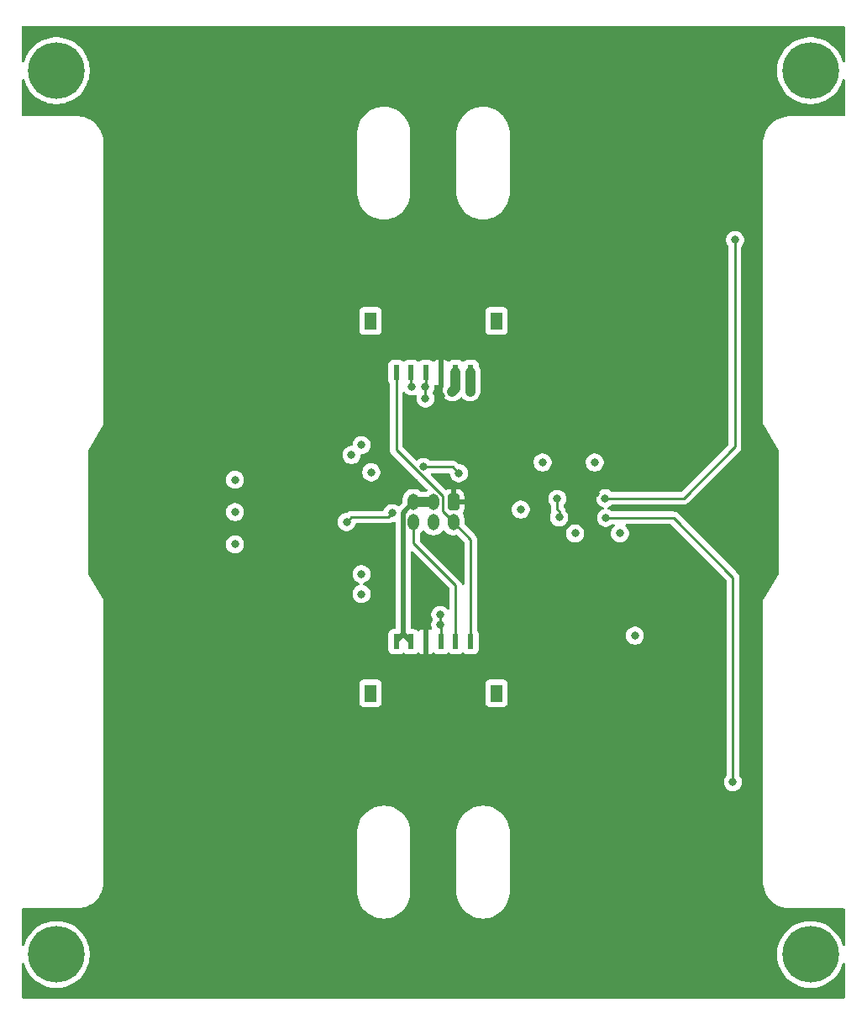
<source format=gbr>
%TF.GenerationSoftware,KiCad,Pcbnew,9.0.0*%
%TF.CreationDate,2025-09-25T12:09:15-07:00*%
%TF.ProjectId,XY_Faces_V3,58595f46-6163-4657-935f-56332e6b6963,3.0*%
%TF.SameCoordinates,Original*%
%TF.FileFunction,Copper,L4,Bot*%
%TF.FilePolarity,Positive*%
%FSLAX46Y46*%
G04 Gerber Fmt 4.6, Leading zero omitted, Abs format (unit mm)*
G04 Created by KiCad (PCBNEW 9.0.0) date 2025-09-25 12:09:15*
%MOMM*%
%LPD*%
G01*
G04 APERTURE LIST*
G04 Aperture macros list*
%AMRoundRect*
0 Rectangle with rounded corners*
0 $1 Rounding radius*
0 $2 $3 $4 $5 $6 $7 $8 $9 X,Y pos of 4 corners*
0 Add a 4 corners polygon primitive as box body*
4,1,4,$2,$3,$4,$5,$6,$7,$8,$9,$2,$3,0*
0 Add four circle primitives for the rounded corners*
1,1,$1+$1,$2,$3*
1,1,$1+$1,$4,$5*
1,1,$1+$1,$6,$7*
1,1,$1+$1,$8,$9*
0 Add four rect primitives between the rounded corners*
20,1,$1+$1,$2,$3,$4,$5,0*
20,1,$1+$1,$4,$5,$6,$7,0*
20,1,$1+$1,$6,$7,$8,$9,0*
20,1,$1+$1,$8,$9,$2,$3,0*%
G04 Aperture macros list end*
%TA.AperFunction,ComponentPad*%
%ADD10C,5.700000*%
%TD*%
%TA.AperFunction,ComponentPad*%
%ADD11RoundRect,0.250000X0.350000X0.575000X-0.350000X0.575000X-0.350000X-0.575000X0.350000X-0.575000X0*%
%TD*%
%TA.AperFunction,ComponentPad*%
%ADD12O,1.200000X1.650000*%
%TD*%
%TA.AperFunction,SMDPad,CuDef*%
%ADD13R,0.600000X1.500000*%
%TD*%
%TA.AperFunction,SMDPad,CuDef*%
%ADD14R,1.250000X1.800000*%
%TD*%
%TA.AperFunction,ViaPad*%
%ADD15C,0.800000*%
%TD*%
%TA.AperFunction,Conductor*%
%ADD16C,0.250000*%
%TD*%
%TA.AperFunction,Conductor*%
%ADD17C,0.500000*%
%TD*%
%TA.AperFunction,Conductor*%
%ADD18C,1.000000*%
%TD*%
G04 APERTURE END LIST*
D10*
%TO.P,J2,1,Pin_1*%
%TO.N,unconnected-(J2-Pin_1-Pad1)*%
X106500000Y-70300000D03*
%TD*%
%TO.P,J3,1,Pin_1*%
%TO.N,unconnected-(J3-Pin_1-Pad1)*%
X106500000Y-159300000D03*
%TD*%
%TO.P,J4,1,Pin_1*%
%TO.N,unconnected-(J4-Pin_1-Pad1)*%
X182500000Y-70300000D03*
%TD*%
%TO.P,J5,1,Pin_1*%
%TO.N,unconnected-(J5-Pin_1-Pad1)*%
X182500000Y-159300000D03*
%TD*%
D11*
%TO.P,CN1,1,Pin_1*%
%TO.N,GND*%
X146500001Y-113750001D03*
D12*
%TO.P,CN1,2,Pin_2*%
%TO.N,SDAIN*%
X146500001Y-115750002D03*
%TO.P,CN1,3,Pin_3*%
%TO.N,VSOLAR*%
X144500000Y-113750001D03*
%TO.P,CN1,4,Pin_4*%
%TO.N,+3V3*%
X144500001Y-115750001D03*
%TO.P,CN1,5,Pin_5*%
%TO.N,VSOLAR*%
X142500001Y-113750001D03*
%TO.P,CN1,6,Pin_6*%
%TO.N,SCLIN*%
X142500000Y-115750001D03*
%TD*%
D13*
%TO.P,U6,1,1*%
%TO.N,SDAIN*%
X140750000Y-100690000D03*
%TO.P,U6,2,2*%
%TO.N,SCLIN*%
X142250000Y-100690000D03*
%TO.P,U6,3,3*%
%TO.N,+3V3*%
X143749999Y-100690000D03*
%TO.P,U6,4,4*%
%TO.N,GND*%
X145250001Y-100690000D03*
%TO.P,U6,5,5*%
%TO.N,VSOLAR*%
X146750000Y-100690000D03*
%TO.P,U6,6,6*%
X148250000Y-100690000D03*
D14*
%TO.P,U6,7,7*%
%TO.N,unconnected-(U6-Pad7)*%
X150850000Y-95509999D03*
%TO.P,U6,8,8*%
%TO.N,unconnected-(U6-Pad8)*%
X138150000Y-95509999D03*
%TD*%
D13*
%TO.P,U5,1,1*%
%TO.N,SDAIN*%
X148250000Y-127810000D03*
%TO.P,U5,2,2*%
%TO.N,SCLIN*%
X146750000Y-127810000D03*
%TO.P,U5,3,3*%
%TO.N,+3V3*%
X145250001Y-127810000D03*
%TO.P,U5,4,4*%
%TO.N,GND*%
X143749999Y-127810000D03*
%TO.P,U5,5,5*%
%TO.N,VSOLAR*%
X142250000Y-127810000D03*
%TO.P,U5,6,6*%
X140750000Y-127810000D03*
D14*
%TO.P,U5,7,7*%
%TO.N,unconnected-(U5-Pad7)*%
X138150000Y-132990001D03*
%TO.P,U5,8,8*%
%TO.N,unconnected-(U5-Pad8)*%
X150850000Y-132990001D03*
%TD*%
D15*
%TO.N,+3V3*%
X153300000Y-114500000D03*
%TO.N,GND*%
X154800000Y-112603280D03*
X151900000Y-112600000D03*
X169300000Y-159860000D03*
X153500000Y-116000000D03*
X160825000Y-112900000D03*
X157100000Y-110000000D03*
X143800000Y-126000000D03*
X145272182Y-103027818D03*
X144520000Y-159900000D03*
X119500000Y-159800000D03*
X167920000Y-159860000D03*
X142900000Y-159900000D03*
X166300000Y-159860000D03*
X145900000Y-159900000D03*
X146112347Y-118387653D03*
X154500000Y-117250000D03*
X135015253Y-113208948D03*
X121120000Y-159800000D03*
X124150000Y-116450000D03*
X122500000Y-159800000D03*
X160750000Y-114500000D03*
%TO.N,+3V3*%
X145200000Y-125100000D03*
X143700000Y-102100000D03*
X163300000Y-116900000D03*
X138227388Y-110744462D03*
X135750000Y-115750000D03*
X143700000Y-103300000D03*
X140346149Y-114850001D03*
X160750000Y-109750000D03*
X158775000Y-116900000D03*
X145200000Y-126100000D03*
X155500000Y-109750000D03*
%TO.N,VSOLAR*%
X146400000Y-102600000D03*
X124500000Y-114750000D03*
X124500000Y-111500000D03*
X124500000Y-118000000D03*
X148200000Y-102600000D03*
%TO.N,/SCL*%
X147068051Y-110831949D03*
X143496487Y-110201487D03*
%TO.N,/SDA*%
X157165885Y-115284647D03*
X156985660Y-113414260D03*
%TO.N,Net-(SC3--)*%
X137250000Y-123000000D03*
X136250000Y-109000000D03*
X137250000Y-108000000D03*
X137250000Y-121000000D03*
%TO.N,Net-(U3-OUT+)*%
X161890000Y-115330000D03*
X174680000Y-141950000D03*
X161820000Y-113350000D03*
X164800000Y-127190000D03*
X174900000Y-87350000D03*
%TO.N,SCLIN*%
X142300000Y-102100000D03*
%TD*%
D16*
%TO.N,/SCL*%
X147068051Y-110831949D02*
X146437590Y-110201487D01*
X146437590Y-110201487D02*
X143496487Y-110201487D01*
%TO.N,/SDA*%
X156985660Y-113414260D02*
X156985660Y-114485660D01*
X156985660Y-114485660D02*
X157165885Y-114665885D01*
X157165885Y-114665885D02*
X157165885Y-115284647D01*
D17*
%TO.N,GND*%
X134974201Y-113250000D02*
X135015253Y-113208948D01*
X134425000Y-116561338D02*
X134425000Y-114175000D01*
X137838662Y-119975000D02*
X134425000Y-116561338D01*
D16*
X143749999Y-127810000D02*
X143749999Y-126050001D01*
X145250001Y-103005637D02*
X145272182Y-103027818D01*
X145250001Y-100690000D02*
X145250001Y-103005637D01*
D17*
X134425000Y-114175000D02*
X134425000Y-113250000D01*
X134425000Y-113250000D02*
X134974201Y-113250000D01*
D16*
X143749999Y-126050001D02*
X143800000Y-126000000D01*
%TO.N,+3V3*%
X145250001Y-126150001D02*
X145200000Y-126100000D01*
X145250001Y-127810000D02*
X145250001Y-126150001D01*
X145200000Y-126100000D02*
X145200000Y-125100000D01*
X143700000Y-102100000D02*
X143700000Y-103300000D01*
X140346149Y-114850001D02*
X139946150Y-115250000D01*
X143749999Y-102050001D02*
X143700000Y-102100000D01*
X136250000Y-115250000D02*
X135750000Y-115750000D01*
X139946150Y-115250000D02*
X136250000Y-115250000D01*
X143749999Y-100690000D02*
X143749999Y-102050001D01*
D18*
%TO.N,VSOLAR*%
X148200000Y-100740000D02*
X148250000Y-100690000D01*
D17*
X140750000Y-127708000D02*
X141449000Y-127009000D01*
X142250000Y-127810000D02*
X141449000Y-127009000D01*
D18*
X144500000Y-113750001D02*
X142500001Y-113750001D01*
D17*
X141449000Y-127009000D02*
X141449000Y-114801002D01*
D18*
X146700000Y-102300000D02*
X146700000Y-100740000D01*
D17*
X141449000Y-114801002D02*
X142500001Y-113750001D01*
D18*
X148200000Y-102600000D02*
X148200000Y-100740000D01*
X146400000Y-102600000D02*
X146700000Y-102300000D01*
D17*
X140750000Y-127810000D02*
X140750000Y-127708000D01*
D18*
X146700000Y-100740000D02*
X146750000Y-100690000D01*
D16*
%TO.N,Net-(U3-OUT+)*%
X161820000Y-113350000D02*
X169720000Y-113350000D01*
X169720000Y-113350000D02*
X174900000Y-108170000D01*
X174900000Y-108170000D02*
X174900000Y-87350000D01*
X174680000Y-121310000D02*
X174680000Y-141950000D01*
X168700000Y-115330000D02*
X174680000Y-121310000D01*
X161890000Y-115330000D02*
X168700000Y-115330000D01*
%TO.N,SCLIN*%
X142250000Y-102050000D02*
X142300000Y-102100000D01*
X146750000Y-122150000D02*
X142500000Y-117900000D01*
X146750000Y-127810000D02*
X146750000Y-122150000D01*
X142250000Y-100690000D02*
X142250000Y-102050000D01*
X142500000Y-117900000D02*
X142500000Y-115750001D01*
%TO.N,SDAIN*%
X143195767Y-110927487D02*
X140750000Y-108481720D01*
X148250000Y-127810000D02*
X148250000Y-117500001D01*
X143227487Y-110927487D02*
X143195767Y-110927487D01*
X145426000Y-114676001D02*
X145426000Y-113126000D01*
X140750000Y-108481720D02*
X140750000Y-100690000D01*
X146500001Y-115750002D02*
X145426000Y-114676001D01*
X148250000Y-117500001D02*
X146500001Y-115750002D01*
X145426000Y-113126000D02*
X143227487Y-110927487D01*
%TD*%
%TA.AperFunction,Conductor*%
%TO.N,GND*%
G36*
X143587814Y-116608516D02*
G01*
X143601936Y-116624814D01*
X143654485Y-116697142D01*
X143777856Y-116820513D01*
X143777859Y-116820515D01*
X143777862Y-116820518D01*
X143919020Y-116923075D01*
X144074485Y-117002289D01*
X144240427Y-117056206D01*
X144412760Y-117083501D01*
X144412763Y-117083501D01*
X144587239Y-117083501D01*
X144587242Y-117083501D01*
X144759575Y-117056206D01*
X144925517Y-117002289D01*
X145080982Y-116923075D01*
X145222140Y-116820518D01*
X145345518Y-116697140D01*
X145398065Y-116624813D01*
X145454285Y-116581462D01*
X145525021Y-116575385D01*
X145587813Y-116608517D01*
X145601936Y-116624815D01*
X145654485Y-116697143D01*
X145777856Y-116820514D01*
X145777859Y-116820516D01*
X145777862Y-116820519D01*
X145919020Y-116923076D01*
X146074485Y-117002290D01*
X146240427Y-117056207D01*
X146412760Y-117083502D01*
X146412763Y-117083502D01*
X146587239Y-117083502D01*
X146587242Y-117083502D01*
X146759575Y-117056207D01*
X146799904Y-117043102D01*
X146870872Y-117041075D01*
X146927936Y-117073841D01*
X147579595Y-117725500D01*
X147613621Y-117787812D01*
X147616500Y-117814595D01*
X147616500Y-121979677D01*
X147611845Y-121995530D01*
X147612271Y-122012046D01*
X147602049Y-122028890D01*
X147596498Y-122047798D01*
X147584010Y-122058618D01*
X147575440Y-122072742D01*
X147557734Y-122081386D01*
X147542842Y-122094291D01*
X147526487Y-122096642D01*
X147511641Y-122103891D01*
X147492072Y-122101590D01*
X147472568Y-122104395D01*
X147457538Y-122097530D01*
X147441130Y-122095602D01*
X147425910Y-122083086D01*
X147407988Y-122074901D01*
X147398496Y-122060542D01*
X147386294Y-122050508D01*
X147376661Y-122027512D01*
X147370559Y-122018281D01*
X147368337Y-122011379D01*
X147359155Y-121965215D01*
X147335663Y-121908500D01*
X147311401Y-121849925D01*
X147242072Y-121746167D01*
X143170405Y-117674500D01*
X143136379Y-117612188D01*
X143133500Y-117585405D01*
X143133500Y-116949117D01*
X143153502Y-116880996D01*
X143185437Y-116847182D01*
X143222139Y-116820518D01*
X143345517Y-116697140D01*
X143398065Y-116624813D01*
X143454286Y-116581460D01*
X143525022Y-116575384D01*
X143587814Y-116608516D01*
G37*
%TD.AperFunction*%
%TA.AperFunction,Conductor*%
G36*
X185916621Y-65795502D02*
G01*
X185963114Y-65849158D01*
X185974500Y-65901500D01*
X185974500Y-69334791D01*
X185954498Y-69402912D01*
X185900842Y-69449405D01*
X185830568Y-69459509D01*
X185765988Y-69430015D01*
X185727926Y-69371367D01*
X185665996Y-69167213D01*
X185665989Y-69167192D01*
X185665989Y-69167191D01*
X185539709Y-68862325D01*
X185384155Y-68571304D01*
X185200825Y-68296931D01*
X185200824Y-68296929D01*
X184991498Y-68041864D01*
X184991472Y-68041835D01*
X184758164Y-67808527D01*
X184758135Y-67808501D01*
X184503070Y-67599175D01*
X184228698Y-67415846D01*
X183937675Y-67260291D01*
X183632807Y-67134010D01*
X183632804Y-67134009D01*
X183423791Y-67070606D01*
X183317033Y-67038221D01*
X183317030Y-67038220D01*
X183317019Y-67038217D01*
X183072371Y-66989555D01*
X182993389Y-66973845D01*
X182993385Y-66973844D01*
X182993384Y-66973844D01*
X182664999Y-66941500D01*
X182664993Y-66941500D01*
X182335007Y-66941500D01*
X182335000Y-66941500D01*
X182006616Y-66973844D01*
X181682980Y-67038217D01*
X181367195Y-67134009D01*
X181367192Y-67134010D01*
X181062324Y-67260291D01*
X180771301Y-67415846D01*
X180496929Y-67599175D01*
X180241864Y-67808501D01*
X180241835Y-67808527D01*
X180008527Y-68041835D01*
X180008501Y-68041864D01*
X179799175Y-68296929D01*
X179615846Y-68571301D01*
X179460291Y-68862324D01*
X179334010Y-69167192D01*
X179334009Y-69167195D01*
X179238217Y-69482980D01*
X179173844Y-69806616D01*
X179141500Y-70135000D01*
X179141500Y-70464999D01*
X179173844Y-70793383D01*
X179238217Y-71117019D01*
X179334009Y-71432804D01*
X179334010Y-71432807D01*
X179460291Y-71737675D01*
X179615846Y-72028698D01*
X179799175Y-72303070D01*
X180008501Y-72558135D01*
X180008527Y-72558164D01*
X180241835Y-72791472D01*
X180241844Y-72791480D01*
X180241849Y-72791485D01*
X180241854Y-72791489D01*
X180241864Y-72791498D01*
X180496929Y-73000824D01*
X180771301Y-73184153D01*
X180771304Y-73184155D01*
X181062325Y-73339709D01*
X181367191Y-73465989D01*
X181682967Y-73561779D01*
X181682976Y-73561780D01*
X181682980Y-73561782D01*
X181766358Y-73578366D01*
X182006611Y-73626155D01*
X182335007Y-73658500D01*
X182335016Y-73658500D01*
X182664984Y-73658500D01*
X182664993Y-73658500D01*
X182993389Y-73626155D01*
X183267565Y-73571618D01*
X183317019Y-73561782D01*
X183317021Y-73561781D01*
X183317033Y-73561779D01*
X183632809Y-73465989D01*
X183937675Y-73339709D01*
X184228696Y-73184155D01*
X184503069Y-73000825D01*
X184758151Y-72791485D01*
X184991485Y-72558151D01*
X185200825Y-72303069D01*
X185384155Y-72028696D01*
X185539709Y-71737675D01*
X185665989Y-71432809D01*
X185727926Y-71228630D01*
X185766841Y-71169251D01*
X185831682Y-71140335D01*
X185901863Y-71151066D01*
X185955102Y-71198036D01*
X185974500Y-71265208D01*
X185974500Y-74773500D01*
X185954498Y-74841621D01*
X185900842Y-74888114D01*
X185848500Y-74899500D01*
X180413112Y-74899500D01*
X180412427Y-74899498D01*
X180400600Y-74899433D01*
X180269453Y-74898720D01*
X180269452Y-74898720D01*
X180269447Y-74898720D01*
X180076259Y-74919477D01*
X179969787Y-74930918D01*
X179969783Y-74930918D01*
X179969781Y-74930919D01*
X179969775Y-74930920D01*
X179675661Y-74996622D01*
X179675645Y-74996626D01*
X179390770Y-75095007D01*
X179390758Y-75095012D01*
X179118766Y-75224817D01*
X178863092Y-75384407D01*
X178626999Y-75571746D01*
X178413483Y-75784456D01*
X178225255Y-76019835D01*
X178064696Y-76274911D01*
X177933861Y-76546415D01*
X177933859Y-76546422D01*
X177834402Y-76830918D01*
X177834397Y-76830932D01*
X177767583Y-77124802D01*
X177767582Y-77124809D01*
X177734250Y-77424355D01*
X177734475Y-77559392D01*
X177734500Y-77574446D01*
X177734500Y-105946971D01*
X177732735Y-105954293D01*
X177734500Y-105957179D01*
X177734500Y-105960564D01*
X177735738Y-105963554D01*
X177747635Y-105978659D01*
X178428181Y-107091500D01*
X179305993Y-108526915D01*
X179324500Y-108592650D01*
X179324500Y-120957348D01*
X179305993Y-121023084D01*
X177747632Y-123571344D01*
X177739823Y-123584113D01*
X177734500Y-123589438D01*
X177734500Y-123592819D01*
X177732734Y-123595707D01*
X177732230Y-123598906D01*
X177734500Y-123618003D01*
X177734500Y-151952482D01*
X177734225Y-152125650D01*
X177734225Y-152125652D01*
X177767574Y-152425179D01*
X177767575Y-152425187D01*
X177833273Y-152714067D01*
X177834410Y-152719067D01*
X177932134Y-152998571D01*
X177933886Y-153003580D01*
X178064724Y-153275068D01*
X178225285Y-153530133D01*
X178413508Y-153765503D01*
X178413514Y-153765510D01*
X178413515Y-153765511D01*
X178627031Y-153978221D01*
X178863120Y-154165562D01*
X179118786Y-154325154D01*
X179390783Y-154454971D01*
X179675656Y-154553366D01*
X179969791Y-154619090D01*
X180269452Y-154651307D01*
X180419585Y-154650502D01*
X180420261Y-154650500D01*
X185848500Y-154650500D01*
X185916621Y-154670502D01*
X185963114Y-154724158D01*
X185974500Y-154776500D01*
X185974500Y-158334791D01*
X185954498Y-158402912D01*
X185900842Y-158449405D01*
X185830568Y-158459509D01*
X185765988Y-158430015D01*
X185727926Y-158371367D01*
X185665996Y-158167213D01*
X185665989Y-158167192D01*
X185665989Y-158167191D01*
X185539709Y-157862325D01*
X185384155Y-157571304D01*
X185200825Y-157296931D01*
X185200824Y-157296929D01*
X184991498Y-157041864D01*
X184991472Y-157041835D01*
X184758164Y-156808527D01*
X184758135Y-156808501D01*
X184503070Y-156599175D01*
X184228698Y-156415846D01*
X183937675Y-156260291D01*
X183632807Y-156134010D01*
X183632804Y-156134009D01*
X183423791Y-156070606D01*
X183317033Y-156038221D01*
X183317030Y-156038220D01*
X183317019Y-156038217D01*
X183072371Y-155989555D01*
X182993389Y-155973845D01*
X182993385Y-155973844D01*
X182993384Y-155973844D01*
X182664999Y-155941500D01*
X182664993Y-155941500D01*
X182335007Y-155941500D01*
X182335000Y-155941500D01*
X182006616Y-155973844D01*
X181682980Y-156038217D01*
X181367195Y-156134009D01*
X181367192Y-156134010D01*
X181062324Y-156260291D01*
X180771301Y-156415846D01*
X180496929Y-156599175D01*
X180241864Y-156808501D01*
X180241835Y-156808527D01*
X180008527Y-157041835D01*
X180008501Y-157041864D01*
X179799175Y-157296929D01*
X179615846Y-157571301D01*
X179460291Y-157862324D01*
X179334010Y-158167192D01*
X179334009Y-158167195D01*
X179238217Y-158482980D01*
X179173844Y-158806616D01*
X179141500Y-159135000D01*
X179141500Y-159464999D01*
X179173844Y-159793383D01*
X179238217Y-160117019D01*
X179334009Y-160432804D01*
X179334010Y-160432807D01*
X179460291Y-160737675D01*
X179615846Y-161028698D01*
X179799175Y-161303070D01*
X180008501Y-161558135D01*
X180008527Y-161558164D01*
X180241835Y-161791472D01*
X180241844Y-161791480D01*
X180241849Y-161791485D01*
X180241854Y-161791489D01*
X180241864Y-161791498D01*
X180496929Y-162000824D01*
X180771301Y-162184153D01*
X180771304Y-162184155D01*
X181062325Y-162339709D01*
X181367191Y-162465989D01*
X181682967Y-162561779D01*
X181682976Y-162561780D01*
X181682980Y-162561782D01*
X181766358Y-162578366D01*
X182006611Y-162626155D01*
X182335007Y-162658500D01*
X182335016Y-162658500D01*
X182664984Y-162658500D01*
X182664993Y-162658500D01*
X182993389Y-162626155D01*
X183267565Y-162571618D01*
X183317019Y-162561782D01*
X183317021Y-162561781D01*
X183317033Y-162561779D01*
X183632809Y-162465989D01*
X183937675Y-162339709D01*
X184228696Y-162184155D01*
X184503069Y-162000825D01*
X184758151Y-161791485D01*
X184991485Y-161558151D01*
X185200825Y-161303069D01*
X185384155Y-161028696D01*
X185539709Y-160737675D01*
X185665989Y-160432809D01*
X185727926Y-160228630D01*
X185766841Y-160169251D01*
X185831682Y-160140335D01*
X185901863Y-160151066D01*
X185955102Y-160198036D01*
X185974500Y-160265208D01*
X185974500Y-163598500D01*
X185954498Y-163666621D01*
X185900842Y-163713114D01*
X185848500Y-163724500D01*
X103151500Y-163724500D01*
X103083379Y-163704498D01*
X103036886Y-163650842D01*
X103025500Y-163598500D01*
X103025500Y-160265208D01*
X103045502Y-160197087D01*
X103099158Y-160150594D01*
X103169432Y-160140490D01*
X103234012Y-160169984D01*
X103272073Y-160228630D01*
X103283170Y-160265208D01*
X103334009Y-160432804D01*
X103334010Y-160432807D01*
X103460291Y-160737675D01*
X103615846Y-161028698D01*
X103799175Y-161303070D01*
X104008501Y-161558135D01*
X104008527Y-161558164D01*
X104241835Y-161791472D01*
X104241844Y-161791480D01*
X104241849Y-161791485D01*
X104241854Y-161791489D01*
X104241864Y-161791498D01*
X104496929Y-162000824D01*
X104771301Y-162184153D01*
X104771304Y-162184155D01*
X105062325Y-162339709D01*
X105367191Y-162465989D01*
X105682967Y-162561779D01*
X105682976Y-162561780D01*
X105682980Y-162561782D01*
X105766358Y-162578366D01*
X106006611Y-162626155D01*
X106335007Y-162658500D01*
X106335016Y-162658500D01*
X106664984Y-162658500D01*
X106664993Y-162658500D01*
X106993389Y-162626155D01*
X107267565Y-162571618D01*
X107317019Y-162561782D01*
X107317021Y-162561781D01*
X107317033Y-162561779D01*
X107632809Y-162465989D01*
X107937675Y-162339709D01*
X108228696Y-162184155D01*
X108503069Y-162000825D01*
X108758151Y-161791485D01*
X108991485Y-161558151D01*
X109200825Y-161303069D01*
X109384155Y-161028696D01*
X109539709Y-160737675D01*
X109665989Y-160432809D01*
X109761779Y-160117033D01*
X109826155Y-159793389D01*
X109858500Y-159464993D01*
X109858500Y-159135007D01*
X109826155Y-158806611D01*
X109761779Y-158482967D01*
X109665989Y-158167191D01*
X109539709Y-157862325D01*
X109384155Y-157571304D01*
X109200825Y-157296931D01*
X109200824Y-157296929D01*
X108991498Y-157041864D01*
X108991472Y-157041835D01*
X108758164Y-156808527D01*
X108758135Y-156808501D01*
X108503070Y-156599175D01*
X108228698Y-156415846D01*
X107937675Y-156260291D01*
X107632807Y-156134010D01*
X107632804Y-156134009D01*
X107423791Y-156070606D01*
X107317033Y-156038221D01*
X107317030Y-156038220D01*
X107317019Y-156038217D01*
X107072371Y-155989555D01*
X106993389Y-155973845D01*
X106993385Y-155973844D01*
X106993384Y-155973844D01*
X106664999Y-155941500D01*
X106664993Y-155941500D01*
X106335007Y-155941500D01*
X106335000Y-155941500D01*
X106006616Y-155973844D01*
X105682980Y-156038217D01*
X105367195Y-156134009D01*
X105367192Y-156134010D01*
X105062324Y-156260291D01*
X104771301Y-156415846D01*
X104496929Y-156599175D01*
X104241864Y-156808501D01*
X104241835Y-156808527D01*
X104008527Y-157041835D01*
X104008501Y-157041864D01*
X103799175Y-157296929D01*
X103615846Y-157571301D01*
X103460291Y-157862324D01*
X103334010Y-158167192D01*
X103334003Y-158167213D01*
X103272074Y-158371367D01*
X103233159Y-158430748D01*
X103168318Y-158459664D01*
X103098137Y-158448933D01*
X103044898Y-158401963D01*
X103025500Y-158334791D01*
X103025500Y-154771500D01*
X103045502Y-154703379D01*
X103099158Y-154656886D01*
X103151500Y-154645500D01*
X108579855Y-154645500D01*
X108586765Y-154645500D01*
X108587445Y-154645502D01*
X108588434Y-154645507D01*
X108730547Y-154646275D01*
X109030208Y-154614068D01*
X109226298Y-154570257D01*
X109324340Y-154548353D01*
X109324343Y-154548352D01*
X109373203Y-154531477D01*
X109609218Y-154449964D01*
X109881216Y-154320151D01*
X110136883Y-154160562D01*
X110372972Y-153973224D01*
X110586488Y-153760514D01*
X110774717Y-153525134D01*
X110935271Y-153270073D01*
X111066112Y-152998568D01*
X111165577Y-152714067D01*
X111232403Y-152420182D01*
X111265744Y-152120645D01*
X111265500Y-151970567D01*
X111265500Y-146844167D01*
X136824500Y-146844167D01*
X136824500Y-153155832D01*
X136860681Y-153465378D01*
X136860682Y-153465384D01*
X136876028Y-153530133D01*
X136930629Y-153760513D01*
X136932557Y-153768645D01*
X136932558Y-153768650D01*
X137039146Y-154061497D01*
X137039151Y-154061509D01*
X137179024Y-154340021D01*
X137350279Y-154600400D01*
X137550610Y-154839147D01*
X137777310Y-155053028D01*
X137920893Y-155159921D01*
X138027297Y-155239136D01*
X138297203Y-155394966D01*
X138583374Y-155518408D01*
X138881942Y-155607793D01*
X139188867Y-155661913D01*
X139500000Y-155680034D01*
X139811133Y-155661913D01*
X140118058Y-155607793D01*
X140416626Y-155518408D01*
X140702797Y-155394966D01*
X140972703Y-155239136D01*
X141222693Y-155053025D01*
X141449386Y-154839151D01*
X141649717Y-154600405D01*
X141820978Y-154340017D01*
X141960850Y-154061507D01*
X142067444Y-153768642D01*
X142139318Y-153465383D01*
X142175500Y-153155830D01*
X142175500Y-153000000D01*
X142175500Y-152991715D01*
X142175500Y-146989438D01*
X142175500Y-146844170D01*
X142175500Y-146844167D01*
X146824500Y-146844167D01*
X146824500Y-153155832D01*
X146860681Y-153465378D01*
X146860682Y-153465384D01*
X146876028Y-153530133D01*
X146930629Y-153760513D01*
X146932557Y-153768645D01*
X146932558Y-153768650D01*
X147039146Y-154061497D01*
X147039151Y-154061509D01*
X147179024Y-154340021D01*
X147350279Y-154600400D01*
X147550610Y-154839147D01*
X147777310Y-155053028D01*
X147920893Y-155159921D01*
X148027297Y-155239136D01*
X148297203Y-155394966D01*
X148583374Y-155518408D01*
X148881942Y-155607793D01*
X149188867Y-155661913D01*
X149500000Y-155680034D01*
X149811133Y-155661913D01*
X150118058Y-155607793D01*
X150416626Y-155518408D01*
X150702797Y-155394966D01*
X150972703Y-155239136D01*
X151222693Y-155053025D01*
X151449386Y-154839151D01*
X151649717Y-154600405D01*
X151820978Y-154340017D01*
X151960850Y-154061507D01*
X152067444Y-153768642D01*
X152139318Y-153465383D01*
X152175500Y-153155830D01*
X152175500Y-153000000D01*
X152175500Y-152991715D01*
X152175500Y-146989438D01*
X152175500Y-146844170D01*
X152139318Y-146534617D01*
X152067444Y-146231358D01*
X151960850Y-145938493D01*
X151820978Y-145659983D01*
X151820975Y-145659978D01*
X151649720Y-145399599D01*
X151449389Y-145160852D01*
X151222689Y-144946971D01*
X150972718Y-144760875D01*
X150972715Y-144760873D01*
X150972703Y-144760864D01*
X150702797Y-144605034D01*
X150702798Y-144605034D01*
X150702794Y-144605032D01*
X150416633Y-144481595D01*
X150416632Y-144481594D01*
X150416626Y-144481592D01*
X150118058Y-144392207D01*
X150118059Y-144392207D01*
X150023309Y-144375500D01*
X149811133Y-144338087D01*
X149811129Y-144338086D01*
X149811125Y-144338086D01*
X149500000Y-144319966D01*
X149188877Y-144338086D01*
X149188871Y-144338086D01*
X148881941Y-144392207D01*
X148754360Y-144430402D01*
X148583374Y-144481592D01*
X148583372Y-144481593D01*
X148583366Y-144481595D01*
X148297205Y-144605032D01*
X148297200Y-144605035D01*
X148027308Y-144760857D01*
X148027281Y-144760875D01*
X147777310Y-144946971D01*
X147550610Y-145160852D01*
X147350279Y-145399599D01*
X147179024Y-145659978D01*
X147039151Y-145938490D01*
X147039146Y-145938502D01*
X146932558Y-146231349D01*
X146932557Y-146231354D01*
X146860682Y-146534615D01*
X146860681Y-146534621D01*
X146824500Y-146844167D01*
X142175500Y-146844167D01*
X142139318Y-146534617D01*
X142067444Y-146231358D01*
X141960850Y-145938493D01*
X141820978Y-145659983D01*
X141820975Y-145659978D01*
X141649720Y-145399599D01*
X141449389Y-145160852D01*
X141222689Y-144946971D01*
X140972718Y-144760875D01*
X140972715Y-144760873D01*
X140972703Y-144760864D01*
X140702797Y-144605034D01*
X140702798Y-144605034D01*
X140702794Y-144605032D01*
X140416633Y-144481595D01*
X140416632Y-144481594D01*
X140416626Y-144481592D01*
X140118058Y-144392207D01*
X140118059Y-144392207D01*
X140023309Y-144375500D01*
X139811133Y-144338087D01*
X139811129Y-144338086D01*
X139811125Y-144338086D01*
X139500000Y-144319966D01*
X139188877Y-144338086D01*
X139188871Y-144338086D01*
X138881941Y-144392207D01*
X138754360Y-144430402D01*
X138583374Y-144481592D01*
X138583372Y-144481593D01*
X138583366Y-144481595D01*
X138297205Y-144605032D01*
X138297200Y-144605035D01*
X138027308Y-144760857D01*
X138027281Y-144760875D01*
X137777310Y-144946971D01*
X137550610Y-145160852D01*
X137350279Y-145399599D01*
X137179024Y-145659978D01*
X137039151Y-145938490D01*
X137039146Y-145938502D01*
X136932558Y-146231349D01*
X136932557Y-146231354D01*
X136860682Y-146534615D01*
X136860681Y-146534621D01*
X136824500Y-146844167D01*
X111265500Y-146844167D01*
X111265500Y-132041351D01*
X137016500Y-132041351D01*
X137016500Y-133938650D01*
X137023009Y-133999197D01*
X137023011Y-133999205D01*
X137074110Y-134136203D01*
X137074112Y-134136208D01*
X137161738Y-134253262D01*
X137278792Y-134340888D01*
X137278794Y-134340889D01*
X137278796Y-134340890D01*
X137337875Y-134362925D01*
X137415795Y-134391989D01*
X137415803Y-134391991D01*
X137476350Y-134398500D01*
X137476355Y-134398500D01*
X137476362Y-134398501D01*
X137476368Y-134398501D01*
X138823632Y-134398501D01*
X138823638Y-134398501D01*
X138823645Y-134398500D01*
X138823649Y-134398500D01*
X138884196Y-134391991D01*
X138884199Y-134391990D01*
X138884201Y-134391990D01*
X139021204Y-134340890D01*
X139138261Y-134253262D01*
X139225889Y-134136205D01*
X139276989Y-133999202D01*
X139283500Y-133938639D01*
X139283500Y-132041363D01*
X139283499Y-132041351D01*
X149716500Y-132041351D01*
X149716500Y-133938650D01*
X149723009Y-133999197D01*
X149723011Y-133999205D01*
X149774110Y-134136203D01*
X149774112Y-134136208D01*
X149861738Y-134253262D01*
X149978792Y-134340888D01*
X149978794Y-134340889D01*
X149978796Y-134340890D01*
X150037875Y-134362925D01*
X150115795Y-134391989D01*
X150115803Y-134391991D01*
X150176350Y-134398500D01*
X150176355Y-134398500D01*
X150176362Y-134398501D01*
X150176368Y-134398501D01*
X151523632Y-134398501D01*
X151523638Y-134398501D01*
X151523645Y-134398500D01*
X151523649Y-134398500D01*
X151584196Y-134391991D01*
X151584199Y-134391990D01*
X151584201Y-134391990D01*
X151721204Y-134340890D01*
X151838261Y-134253262D01*
X151925889Y-134136205D01*
X151976989Y-133999202D01*
X151983500Y-133938639D01*
X151983500Y-132041363D01*
X151983499Y-132041351D01*
X151976990Y-131980804D01*
X151976988Y-131980796D01*
X151925889Y-131843798D01*
X151925887Y-131843793D01*
X151838261Y-131726739D01*
X151721207Y-131639113D01*
X151721202Y-131639111D01*
X151584204Y-131588012D01*
X151584196Y-131588010D01*
X151523649Y-131581501D01*
X151523638Y-131581501D01*
X150176362Y-131581501D01*
X150176350Y-131581501D01*
X150115803Y-131588010D01*
X150115795Y-131588012D01*
X149978797Y-131639111D01*
X149978792Y-131639113D01*
X149861738Y-131726739D01*
X149774112Y-131843793D01*
X149774110Y-131843798D01*
X149723011Y-131980796D01*
X149723009Y-131980804D01*
X149716500Y-132041351D01*
X139283499Y-132041351D01*
X139276990Y-131980804D01*
X139276988Y-131980796D01*
X139225889Y-131843798D01*
X139225887Y-131843793D01*
X139138261Y-131726739D01*
X139021207Y-131639113D01*
X139021202Y-131639111D01*
X138884204Y-131588012D01*
X138884196Y-131588010D01*
X138823649Y-131581501D01*
X138823638Y-131581501D01*
X137476362Y-131581501D01*
X137476350Y-131581501D01*
X137415803Y-131588010D01*
X137415795Y-131588012D01*
X137278797Y-131639111D01*
X137278792Y-131639113D01*
X137161738Y-131726739D01*
X137074112Y-131843793D01*
X137074110Y-131843798D01*
X137023011Y-131980796D01*
X137023009Y-131980804D01*
X137016500Y-132041351D01*
X111265500Y-132041351D01*
X111265500Y-123598028D01*
X111267265Y-123590707D01*
X111265500Y-123587820D01*
X111265500Y-123584438D01*
X111265500Y-123584437D01*
X111264260Y-123581444D01*
X111252363Y-123566339D01*
X109694007Y-121018084D01*
X109689306Y-121001386D01*
X109680604Y-120987846D01*
X109675500Y-120952348D01*
X109675500Y-120910518D01*
X136341500Y-120910518D01*
X136341500Y-121089481D01*
X136348608Y-121125215D01*
X136376413Y-121265000D01*
X136444898Y-121430336D01*
X136544322Y-121579135D01*
X136670865Y-121705678D01*
X136819664Y-121805102D01*
X136985000Y-121873587D01*
X136999251Y-121876421D01*
X137062159Y-121909329D01*
X137097291Y-121971024D01*
X137093491Y-122041919D01*
X137051965Y-122099505D01*
X136999251Y-122123578D01*
X136985000Y-122126413D01*
X136984998Y-122126413D01*
X136984997Y-122126414D01*
X136819662Y-122194899D01*
X136670869Y-122294319D01*
X136670862Y-122294324D01*
X136544324Y-122420862D01*
X136544319Y-122420869D01*
X136444899Y-122569662D01*
X136376414Y-122734996D01*
X136341500Y-122910518D01*
X136341500Y-122910521D01*
X136341500Y-123089479D01*
X136376413Y-123265000D01*
X136444898Y-123430336D01*
X136544322Y-123579135D01*
X136670865Y-123705678D01*
X136819664Y-123805102D01*
X136985000Y-123873587D01*
X137160521Y-123908500D01*
X137160522Y-123908500D01*
X137339478Y-123908500D01*
X137339479Y-123908500D01*
X137515000Y-123873587D01*
X137680336Y-123805102D01*
X137829135Y-123705678D01*
X137955678Y-123579135D01*
X138055102Y-123430336D01*
X138123587Y-123265000D01*
X138158500Y-123089479D01*
X138158500Y-122910521D01*
X138123587Y-122735000D01*
X138055102Y-122569664D01*
X137955678Y-122420865D01*
X137829135Y-122294322D01*
X137680336Y-122194898D01*
X137611853Y-122166531D01*
X137515002Y-122126413D01*
X137508521Y-122125124D01*
X137500748Y-122123578D01*
X137437840Y-122090672D01*
X137402708Y-122028977D01*
X137406508Y-121958082D01*
X137448033Y-121900496D01*
X137500748Y-121876421D01*
X137515000Y-121873587D01*
X137680336Y-121805102D01*
X137829135Y-121705678D01*
X137955678Y-121579135D01*
X138055102Y-121430336D01*
X138123587Y-121265000D01*
X138158500Y-121089479D01*
X138158500Y-120910521D01*
X138123587Y-120735000D01*
X138055102Y-120569664D01*
X137955678Y-120420865D01*
X137829135Y-120294322D01*
X137680336Y-120194898D01*
X137563429Y-120146473D01*
X137515003Y-120126414D01*
X137515001Y-120126413D01*
X137515000Y-120126413D01*
X137426645Y-120108838D01*
X137339481Y-120091500D01*
X137339479Y-120091500D01*
X137160521Y-120091500D01*
X137160518Y-120091500D01*
X137029771Y-120117507D01*
X136985000Y-120126413D01*
X136984999Y-120126413D01*
X136984996Y-120126414D01*
X136819662Y-120194899D01*
X136670869Y-120294319D01*
X136670862Y-120294324D01*
X136544324Y-120420862D01*
X136544319Y-120420869D01*
X136444899Y-120569662D01*
X136376414Y-120734996D01*
X136341500Y-120910518D01*
X109675500Y-120910518D01*
X109675500Y-117910518D01*
X123591500Y-117910518D01*
X123591500Y-117910521D01*
X123591500Y-118089479D01*
X123626413Y-118265000D01*
X123694898Y-118430336D01*
X123794322Y-118579135D01*
X123920865Y-118705678D01*
X124069664Y-118805102D01*
X124235000Y-118873587D01*
X124410521Y-118908500D01*
X124410522Y-118908500D01*
X124589478Y-118908500D01*
X124589479Y-118908500D01*
X124765000Y-118873587D01*
X124930336Y-118805102D01*
X125079135Y-118705678D01*
X125205678Y-118579135D01*
X125305102Y-118430336D01*
X125373587Y-118265000D01*
X125408500Y-118089479D01*
X125408500Y-117910521D01*
X125373587Y-117735000D01*
X125305102Y-117569664D01*
X125205678Y-117420865D01*
X125079135Y-117294322D01*
X124930336Y-117194898D01*
X124813429Y-117146473D01*
X124765003Y-117126414D01*
X124765001Y-117126413D01*
X124765000Y-117126413D01*
X124676645Y-117108838D01*
X124589481Y-117091500D01*
X124589479Y-117091500D01*
X124410521Y-117091500D01*
X124410518Y-117091500D01*
X124279771Y-117117507D01*
X124235000Y-117126413D01*
X124234999Y-117126413D01*
X124234996Y-117126414D01*
X124069662Y-117194899D01*
X123920869Y-117294319D01*
X123920862Y-117294324D01*
X123794324Y-117420862D01*
X123794319Y-117420869D01*
X123694899Y-117569662D01*
X123626414Y-117734996D01*
X123591500Y-117910518D01*
X109675500Y-117910518D01*
X109675500Y-115660518D01*
X134841500Y-115660518D01*
X134841500Y-115839481D01*
X134857916Y-115922010D01*
X134876413Y-116015000D01*
X134944898Y-116180336D01*
X135044322Y-116329135D01*
X135170865Y-116455678D01*
X135319664Y-116555102D01*
X135485000Y-116623587D01*
X135660521Y-116658500D01*
X135660522Y-116658500D01*
X135839478Y-116658500D01*
X135839479Y-116658500D01*
X136015000Y-116623587D01*
X136180336Y-116555102D01*
X136329135Y-116455678D01*
X136455678Y-116329135D01*
X136555102Y-116180336D01*
X136623587Y-116015000D01*
X136629570Y-115984919D01*
X136662477Y-115922010D01*
X136724172Y-115886877D01*
X136753149Y-115883500D01*
X140008543Y-115883500D01*
X140008544Y-115883500D01*
X140130935Y-115859155D01*
X140246225Y-115811400D01*
X140293614Y-115779735D01*
X140306530Y-115774992D01*
X140314500Y-115768468D01*
X140336401Y-115764023D01*
X140349180Y-115759331D01*
X140356377Y-115758501D01*
X140435628Y-115758501D01*
X140544959Y-115736753D01*
X140550065Y-115736165D01*
X140580183Y-115741359D01*
X140610632Y-115744084D01*
X140614812Y-115747331D01*
X140620029Y-115748231D01*
X140642563Y-115768889D01*
X140666699Y-115787638D01*
X140668459Y-115792628D01*
X140672363Y-115796207D01*
X140680152Y-115825772D01*
X140690319Y-115854590D01*
X140690500Y-115861335D01*
X140690500Y-126425500D01*
X140670498Y-126493621D01*
X140616842Y-126540114D01*
X140564500Y-126551500D01*
X140401350Y-126551500D01*
X140340803Y-126558009D01*
X140340795Y-126558011D01*
X140203797Y-126609110D01*
X140203792Y-126609112D01*
X140086738Y-126696738D01*
X139999112Y-126813792D01*
X139999110Y-126813797D01*
X139948011Y-126950795D01*
X139948009Y-126950803D01*
X139941500Y-127011350D01*
X139941500Y-128608649D01*
X139948009Y-128669196D01*
X139948011Y-128669204D01*
X139999110Y-128806202D01*
X139999112Y-128806207D01*
X140086738Y-128923261D01*
X140203792Y-129010887D01*
X140203794Y-129010888D01*
X140203796Y-129010889D01*
X140262875Y-129032924D01*
X140340795Y-129061988D01*
X140340803Y-129061990D01*
X140401350Y-129068499D01*
X140401355Y-129068499D01*
X140401362Y-129068500D01*
X140401368Y-129068500D01*
X141098632Y-129068500D01*
X141098638Y-129068500D01*
X141098645Y-129068499D01*
X141098649Y-129068499D01*
X141159196Y-129061990D01*
X141159199Y-129061989D01*
X141159201Y-129061989D01*
X141296204Y-129010889D01*
X141296797Y-129010445D01*
X141420475Y-128917861D01*
X141421820Y-128919657D01*
X141473217Y-128891592D01*
X141544032Y-128896657D01*
X141578712Y-128918945D01*
X141579525Y-128917861D01*
X141703792Y-129010887D01*
X141703794Y-129010888D01*
X141703796Y-129010889D01*
X141762875Y-129032924D01*
X141840795Y-129061988D01*
X141840803Y-129061990D01*
X141901350Y-129068499D01*
X141901355Y-129068499D01*
X141901362Y-129068500D01*
X141901368Y-129068500D01*
X142598632Y-129068500D01*
X142598638Y-129068500D01*
X142598645Y-129068499D01*
X142598649Y-129068499D01*
X142659196Y-129061990D01*
X142659199Y-129061989D01*
X142659201Y-129061989D01*
X142796204Y-129010889D01*
X142796797Y-129010445D01*
X142920475Y-128917861D01*
X142921735Y-128919544D01*
X142973559Y-128891239D01*
X143044375Y-128896295D01*
X143079068Y-128918589D01*
X143079881Y-128917504D01*
X143204033Y-129010444D01*
X143340905Y-129061494D01*
X143401401Y-129067999D01*
X143401414Y-129068000D01*
X143495999Y-129068000D01*
X143495999Y-126552000D01*
X143401401Y-126552000D01*
X143340905Y-126558505D01*
X143204034Y-126609555D01*
X143204033Y-126609555D01*
X143079881Y-126702496D01*
X143078537Y-126700701D01*
X143027124Y-126728767D01*
X142956309Y-126723693D01*
X142921222Y-126701140D01*
X142920475Y-126702139D01*
X142796207Y-126609112D01*
X142796202Y-126609110D01*
X142659204Y-126558011D01*
X142659196Y-126558009D01*
X142598649Y-126551500D01*
X142598638Y-126551500D01*
X142333500Y-126551500D01*
X142265379Y-126531498D01*
X142218886Y-126477842D01*
X142207500Y-126425500D01*
X142207500Y-118807594D01*
X142227502Y-118739473D01*
X142281158Y-118692980D01*
X142351432Y-118682876D01*
X142416012Y-118712370D01*
X142422595Y-118718499D01*
X146079595Y-122375499D01*
X146113621Y-122437811D01*
X146116500Y-122464594D01*
X146116500Y-124427497D01*
X146096498Y-124495618D01*
X146042842Y-124542111D01*
X145972568Y-124552215D01*
X145907988Y-124522721D01*
X145901405Y-124516592D01*
X145779137Y-124394324D01*
X145779135Y-124394322D01*
X145630336Y-124294898D01*
X145513429Y-124246473D01*
X145465003Y-124226414D01*
X145465001Y-124226413D01*
X145465000Y-124226413D01*
X145376645Y-124208838D01*
X145289481Y-124191500D01*
X145289479Y-124191500D01*
X145110521Y-124191500D01*
X145110518Y-124191500D01*
X144979771Y-124217507D01*
X144935000Y-124226413D01*
X144934999Y-124226413D01*
X144934996Y-124226414D01*
X144769662Y-124294899D01*
X144620869Y-124394319D01*
X144620862Y-124394324D01*
X144494324Y-124520862D01*
X144494319Y-124520869D01*
X144394899Y-124669662D01*
X144326414Y-124834996D01*
X144291500Y-125010518D01*
X144291500Y-125010521D01*
X144291500Y-125189479D01*
X144326413Y-125365000D01*
X144394898Y-125530336D01*
X144394899Y-125530338D01*
X144394901Y-125530342D01*
X144397816Y-125535796D01*
X144396681Y-125536402D01*
X144415886Y-125597768D01*
X144397671Y-125664126D01*
X144397816Y-125664204D01*
X144397476Y-125664839D01*
X144397094Y-125666232D01*
X144394940Y-125669584D01*
X144394901Y-125669657D01*
X144326414Y-125834996D01*
X144291500Y-126010518D01*
X144291500Y-126189481D01*
X144326414Y-126365003D01*
X144341010Y-126400240D01*
X144348599Y-126470830D01*
X144316820Y-126534317D01*
X144255762Y-126570545D01*
X144184811Y-126568011D01*
X144180571Y-126566515D01*
X144159097Y-126558506D01*
X144159095Y-126558505D01*
X144098596Y-126552000D01*
X144003999Y-126552000D01*
X144003999Y-129068000D01*
X144098584Y-129068000D01*
X144098596Y-129067999D01*
X144159092Y-129061494D01*
X144295962Y-129010445D01*
X144420116Y-128917503D01*
X144421462Y-128919301D01*
X144472843Y-128891237D01*
X144543660Y-128896293D01*
X144578778Y-128918859D01*
X144579526Y-128917861D01*
X144703793Y-129010887D01*
X144703795Y-129010888D01*
X144703797Y-129010889D01*
X144762876Y-129032924D01*
X144840796Y-129061988D01*
X144840804Y-129061990D01*
X144901351Y-129068499D01*
X144901356Y-129068499D01*
X144901363Y-129068500D01*
X144901369Y-129068500D01*
X145598633Y-129068500D01*
X145598639Y-129068500D01*
X145598646Y-129068499D01*
X145598650Y-129068499D01*
X145659197Y-129061990D01*
X145659200Y-129061989D01*
X145659202Y-129061989D01*
X145796205Y-129010889D01*
X145796798Y-129010445D01*
X145920476Y-128917861D01*
X145921822Y-128919659D01*
X145973201Y-128891596D01*
X146044018Y-128896652D01*
X146078712Y-128918946D01*
X146079525Y-128917861D01*
X146203792Y-129010887D01*
X146203794Y-129010888D01*
X146203796Y-129010889D01*
X146262875Y-129032924D01*
X146340795Y-129061988D01*
X146340803Y-129061990D01*
X146401350Y-129068499D01*
X146401355Y-129068499D01*
X146401362Y-129068500D01*
X146401368Y-129068500D01*
X147098632Y-129068500D01*
X147098638Y-129068500D01*
X147098645Y-129068499D01*
X147098649Y-129068499D01*
X147159196Y-129061990D01*
X147159199Y-129061989D01*
X147159201Y-129061989D01*
X147296204Y-129010889D01*
X147296797Y-129010445D01*
X147420475Y-128917861D01*
X147421820Y-128919657D01*
X147473217Y-128891592D01*
X147544032Y-128896657D01*
X147578712Y-128918945D01*
X147579525Y-128917861D01*
X147703792Y-129010887D01*
X147703794Y-129010888D01*
X147703796Y-129010889D01*
X147762875Y-129032924D01*
X147840795Y-129061988D01*
X147840803Y-129061990D01*
X147901350Y-129068499D01*
X147901355Y-129068499D01*
X147901362Y-129068500D01*
X147901368Y-129068500D01*
X148598632Y-129068500D01*
X148598638Y-129068500D01*
X148598645Y-129068499D01*
X148598649Y-129068499D01*
X148659196Y-129061990D01*
X148659199Y-129061989D01*
X148659201Y-129061989D01*
X148796204Y-129010889D01*
X148796799Y-129010444D01*
X148913261Y-128923261D01*
X149000887Y-128806207D01*
X149000887Y-128806206D01*
X149000889Y-128806204D01*
X149051989Y-128669201D01*
X149058500Y-128608638D01*
X149058500Y-127100518D01*
X163891500Y-127100518D01*
X163891500Y-127100521D01*
X163891500Y-127279479D01*
X163926413Y-127455000D01*
X163994898Y-127620336D01*
X164094322Y-127769135D01*
X164220865Y-127895678D01*
X164369664Y-127995102D01*
X164535000Y-128063587D01*
X164710521Y-128098500D01*
X164710522Y-128098500D01*
X164889478Y-128098500D01*
X164889479Y-128098500D01*
X165065000Y-128063587D01*
X165230336Y-127995102D01*
X165379135Y-127895678D01*
X165505678Y-127769135D01*
X165605102Y-127620336D01*
X165673587Y-127455000D01*
X165708500Y-127279479D01*
X165708500Y-127100521D01*
X165673587Y-126925000D01*
X165605102Y-126759664D01*
X165505678Y-126610865D01*
X165379135Y-126484322D01*
X165230336Y-126384898D01*
X165113429Y-126336473D01*
X165065003Y-126316414D01*
X165065001Y-126316413D01*
X165065000Y-126316413D01*
X164976645Y-126298838D01*
X164889481Y-126281500D01*
X164889479Y-126281500D01*
X164710521Y-126281500D01*
X164710518Y-126281500D01*
X164579771Y-126307507D01*
X164535000Y-126316413D01*
X164534999Y-126316413D01*
X164534996Y-126316414D01*
X164369662Y-126384899D01*
X164220869Y-126484319D01*
X164220862Y-126484324D01*
X164094324Y-126610862D01*
X164094319Y-126610869D01*
X163994899Y-126759662D01*
X163926414Y-126924996D01*
X163891500Y-127100518D01*
X149058500Y-127100518D01*
X149058500Y-127011362D01*
X149058499Y-127011350D01*
X149051990Y-126950803D01*
X149051988Y-126950795D01*
X149000889Y-126813797D01*
X149000887Y-126813792D01*
X148908632Y-126690554D01*
X148883821Y-126624034D01*
X148883500Y-126615045D01*
X148883500Y-117437608D01*
X148883499Y-117437604D01*
X148859155Y-117315216D01*
X148811400Y-117199926D01*
X148742071Y-117096168D01*
X148653833Y-117007930D01*
X148456421Y-116810518D01*
X157866500Y-116810518D01*
X157866500Y-116989481D01*
X157883838Y-117076645D01*
X157901413Y-117165000D01*
X157969898Y-117330336D01*
X158069322Y-117479135D01*
X158195865Y-117605678D01*
X158344664Y-117705102D01*
X158510000Y-117773587D01*
X158685521Y-117808500D01*
X158685522Y-117808500D01*
X158864478Y-117808500D01*
X158864479Y-117808500D01*
X159040000Y-117773587D01*
X159205336Y-117705102D01*
X159354135Y-117605678D01*
X159480678Y-117479135D01*
X159580102Y-117330336D01*
X159648587Y-117165000D01*
X159683500Y-116989479D01*
X159683500Y-116810521D01*
X159648587Y-116635000D01*
X159580102Y-116469664D01*
X159480678Y-116320865D01*
X159354135Y-116194322D01*
X159205336Y-116094898D01*
X159065941Y-116037158D01*
X159040003Y-116026414D01*
X159040001Y-116026413D01*
X159040000Y-116026413D01*
X158933857Y-116005300D01*
X158864481Y-115991500D01*
X158864479Y-115991500D01*
X158685521Y-115991500D01*
X158685518Y-115991500D01*
X158567367Y-116015002D01*
X158510000Y-116026413D01*
X158509999Y-116026413D01*
X158509996Y-116026414D01*
X158344662Y-116094899D01*
X158195869Y-116194319D01*
X158195862Y-116194324D01*
X158069324Y-116320862D01*
X158069319Y-116320869D01*
X157969899Y-116469662D01*
X157901414Y-116634996D01*
X157866500Y-116810518D01*
X148456421Y-116810518D01*
X147645406Y-115999503D01*
X147611380Y-115937191D01*
X147608501Y-115910408D01*
X147608501Y-115437764D01*
X147608501Y-115437761D01*
X147581206Y-115265428D01*
X147527289Y-115099486D01*
X147448075Y-114944021D01*
X147448071Y-114944016D01*
X147448070Y-114944013D01*
X147445487Y-114939797D01*
X147446901Y-114938930D01*
X147425473Y-114878896D01*
X147441546Y-114809743D01*
X147444945Y-114804686D01*
X147444783Y-114804586D01*
X147541658Y-114647526D01*
X147597394Y-114479322D01*
X147597395Y-114479319D01*
X147604425Y-114410518D01*
X152391500Y-114410518D01*
X152391500Y-114589481D01*
X152402119Y-114642864D01*
X152425120Y-114758501D01*
X152426414Y-114765003D01*
X152442810Y-114804586D01*
X152494898Y-114930336D01*
X152594322Y-115079135D01*
X152720865Y-115205678D01*
X152869664Y-115305102D01*
X153035000Y-115373587D01*
X153210521Y-115408500D01*
X153210522Y-115408500D01*
X153389478Y-115408500D01*
X153389479Y-115408500D01*
X153565000Y-115373587D01*
X153730336Y-115305102D01*
X153879135Y-115205678D01*
X154005678Y-115079135D01*
X154105102Y-114930336D01*
X154173587Y-114765000D01*
X154208500Y-114589479D01*
X154208500Y-114410521D01*
X154173587Y-114235000D01*
X154105102Y-114069664D01*
X154005678Y-113920865D01*
X153879135Y-113794322D01*
X153730336Y-113694898D01*
X153613429Y-113646473D01*
X153565003Y-113626414D01*
X153565001Y-113626413D01*
X153565000Y-113626413D01*
X153476645Y-113608838D01*
X153389481Y-113591500D01*
X153389479Y-113591500D01*
X153210521Y-113591500D01*
X153210518Y-113591500D01*
X153092362Y-113615003D01*
X153035000Y-113626413D01*
X153034999Y-113626413D01*
X153034996Y-113626414D01*
X152869662Y-113694899D01*
X152720869Y-113794319D01*
X152720862Y-113794324D01*
X152594324Y-113920862D01*
X152594319Y-113920869D01*
X152494899Y-114069662D01*
X152426414Y-114234996D01*
X152426413Y-114234999D01*
X152426413Y-114235000D01*
X152419279Y-114270866D01*
X152391500Y-114410518D01*
X147604425Y-114410518D01*
X147606365Y-114391529D01*
X147606365Y-114391527D01*
X147608001Y-114375511D01*
X147608001Y-114004001D01*
X146844101Y-114004001D01*
X146896038Y-113914045D01*
X146925001Y-113805953D01*
X146925001Y-113694049D01*
X146896038Y-113585957D01*
X146844101Y-113496001D01*
X147608001Y-113496001D01*
X147608001Y-113324778D01*
X156077160Y-113324778D01*
X156077160Y-113324780D01*
X156077160Y-113324781D01*
X156077160Y-113503739D01*
X156101561Y-113626414D01*
X156112074Y-113679263D01*
X156118551Y-113694899D01*
X156180558Y-113844596D01*
X156279982Y-113993395D01*
X156279984Y-113993397D01*
X156315255Y-114028668D01*
X156349281Y-114090980D01*
X156352160Y-114117763D01*
X156352160Y-114548056D01*
X156376506Y-114670450D01*
X156391729Y-114707199D01*
X156399319Y-114777789D01*
X156380088Y-114825418D01*
X156360783Y-114854311D01*
X156292299Y-115019643D01*
X156292298Y-115019646D01*
X156292298Y-115019647D01*
X156287070Y-115045930D01*
X156257385Y-115195165D01*
X156257385Y-115374128D01*
X156292299Y-115549650D01*
X156311084Y-115595000D01*
X156360783Y-115714983D01*
X156460207Y-115863782D01*
X156586750Y-115990325D01*
X156735549Y-116089749D01*
X156900885Y-116158234D01*
X157076406Y-116193147D01*
X157076407Y-116193147D01*
X157255363Y-116193147D01*
X157255364Y-116193147D01*
X157430885Y-116158234D01*
X157596221Y-116089749D01*
X157745020Y-115990325D01*
X157871563Y-115863782D01*
X157970987Y-115714983D01*
X158039472Y-115549647D01*
X158074385Y-115374126D01*
X158074385Y-115195168D01*
X158039472Y-115019647D01*
X157970987Y-114854311D01*
X157871563Y-114705512D01*
X157833823Y-114667772D01*
X157825491Y-114653124D01*
X157814493Y-114642864D01*
X157803883Y-114615136D01*
X157800801Y-114609717D01*
X157799385Y-114604146D01*
X157799385Y-114603491D01*
X157775040Y-114481100D01*
X157760571Y-114446168D01*
X157727286Y-114365810D01*
X157657957Y-114262052D01*
X157656065Y-114260160D01*
X157655392Y-114258927D01*
X157654034Y-114257273D01*
X157654347Y-114257015D01*
X157641120Y-114232791D01*
X157624264Y-114206563D01*
X157623358Y-114200264D01*
X157622039Y-114197848D01*
X157619160Y-114171065D01*
X157619160Y-114117763D01*
X157639162Y-114049642D01*
X157656065Y-114028668D01*
X157664328Y-114020405D01*
X157691338Y-113993395D01*
X157790762Y-113844596D01*
X157859247Y-113679260D01*
X157894160Y-113503739D01*
X157894160Y-113324781D01*
X157881377Y-113260518D01*
X160911500Y-113260518D01*
X160911500Y-113439481D01*
X160924282Y-113503739D01*
X160946413Y-113615000D01*
X161014898Y-113780336D01*
X161114322Y-113929135D01*
X161240865Y-114055678D01*
X161389664Y-114155102D01*
X161555000Y-114223587D01*
X161574640Y-114227493D01*
X161637549Y-114260400D01*
X161672682Y-114322094D01*
X161668882Y-114392989D01*
X161627357Y-114450576D01*
X161598278Y-114467480D01*
X161459669Y-114524895D01*
X161459664Y-114524897D01*
X161310869Y-114624319D01*
X161310862Y-114624324D01*
X161184324Y-114750862D01*
X161184319Y-114750869D01*
X161084899Y-114899662D01*
X161016414Y-115064996D01*
X161016413Y-115064999D01*
X161016413Y-115065000D01*
X161013601Y-115079137D01*
X160981500Y-115240518D01*
X160981500Y-115240521D01*
X160981500Y-115419479D01*
X161016413Y-115595000D01*
X161084898Y-115760336D01*
X161184322Y-115909135D01*
X161310865Y-116035678D01*
X161459664Y-116135102D01*
X161625000Y-116203587D01*
X161800521Y-116238500D01*
X161800522Y-116238500D01*
X161979478Y-116238500D01*
X161979479Y-116238500D01*
X162155000Y-116203587D01*
X162320336Y-116135102D01*
X162469135Y-116035678D01*
X162504408Y-116000405D01*
X162531776Y-115985460D01*
X162558005Y-115968604D01*
X162564303Y-115967698D01*
X162566720Y-115966379D01*
X162593503Y-115963500D01*
X162650948Y-115963500D01*
X162719069Y-115983502D01*
X162765562Y-116037158D01*
X162775666Y-116107432D01*
X162746172Y-116172012D01*
X162725523Y-116190230D01*
X162725655Y-116190391D01*
X162721147Y-116194090D01*
X162720951Y-116194264D01*
X162720871Y-116194316D01*
X162720862Y-116194324D01*
X162594324Y-116320862D01*
X162594319Y-116320869D01*
X162494899Y-116469662D01*
X162426414Y-116634996D01*
X162391500Y-116810518D01*
X162391500Y-116989481D01*
X162408838Y-117076645D01*
X162426413Y-117165000D01*
X162494898Y-117330336D01*
X162594322Y-117479135D01*
X162720865Y-117605678D01*
X162869664Y-117705102D01*
X163035000Y-117773587D01*
X163210521Y-117808500D01*
X163210522Y-117808500D01*
X163389478Y-117808500D01*
X163389479Y-117808500D01*
X163565000Y-117773587D01*
X163730336Y-117705102D01*
X163879135Y-117605678D01*
X164005678Y-117479135D01*
X164105102Y-117330336D01*
X164173587Y-117165000D01*
X164208500Y-116989479D01*
X164208500Y-116810521D01*
X164173587Y-116635000D01*
X164105102Y-116469664D01*
X164005678Y-116320865D01*
X163879135Y-116194322D01*
X163879131Y-116194319D01*
X163879128Y-116194316D01*
X163879049Y-116194264D01*
X163879016Y-116194225D01*
X163874345Y-116190391D01*
X163875072Y-116189505D01*
X163833522Y-116139787D01*
X163824675Y-116069344D01*
X163855316Y-116005300D01*
X163915719Y-115967989D01*
X163949052Y-115963500D01*
X168385406Y-115963500D01*
X168453527Y-115983502D01*
X168474501Y-116000405D01*
X174009595Y-121535499D01*
X174043621Y-121597811D01*
X174046500Y-121624594D01*
X174046500Y-141246497D01*
X174026498Y-141314618D01*
X174009595Y-141335592D01*
X173974324Y-141370862D01*
X173974319Y-141370869D01*
X173874899Y-141519662D01*
X173806414Y-141684996D01*
X173771500Y-141860518D01*
X173771500Y-141860521D01*
X173771500Y-142039479D01*
X173806413Y-142215000D01*
X173874898Y-142380336D01*
X173974322Y-142529135D01*
X174100865Y-142655678D01*
X174249664Y-142755102D01*
X174415000Y-142823587D01*
X174590521Y-142858500D01*
X174590522Y-142858500D01*
X174769478Y-142858500D01*
X174769479Y-142858500D01*
X174945000Y-142823587D01*
X175110336Y-142755102D01*
X175259135Y-142655678D01*
X175385678Y-142529135D01*
X175485102Y-142380336D01*
X175553587Y-142215000D01*
X175588500Y-142039479D01*
X175588500Y-141860521D01*
X175553587Y-141685000D01*
X175485102Y-141519664D01*
X175385678Y-141370865D01*
X175350405Y-141335592D01*
X175316379Y-141273280D01*
X175313500Y-141246497D01*
X175313500Y-121247607D01*
X175313499Y-121247603D01*
X175289155Y-121125215D01*
X175241400Y-121009925D01*
X175172071Y-120906167D01*
X175083833Y-120817929D01*
X169103833Y-114837929D01*
X169000075Y-114768600D01*
X168884785Y-114720845D01*
X168807701Y-114705512D01*
X168762396Y-114696500D01*
X168762394Y-114696500D01*
X162593503Y-114696500D01*
X162525382Y-114676498D01*
X162504408Y-114659595D01*
X162469137Y-114624324D01*
X162469135Y-114624322D01*
X162320336Y-114524898D01*
X162224005Y-114484996D01*
X162154999Y-114456412D01*
X162135356Y-114452505D01*
X162072447Y-114419597D01*
X162037317Y-114357901D01*
X162041118Y-114287006D01*
X162082645Y-114229421D01*
X162111720Y-114212519D01*
X162250336Y-114155102D01*
X162399135Y-114055678D01*
X162434408Y-114020405D01*
X162496720Y-113986379D01*
X162523503Y-113983500D01*
X169782393Y-113983500D01*
X169782394Y-113983500D01*
X169904785Y-113959155D01*
X170020075Y-113911400D01*
X170123833Y-113842071D01*
X175392071Y-108573833D01*
X175461400Y-108470075D01*
X175509155Y-108354785D01*
X175533500Y-108232394D01*
X175533500Y-108107606D01*
X175533500Y-88053503D01*
X175553502Y-87985382D01*
X175570405Y-87964408D01*
X175605678Y-87929135D01*
X175705102Y-87780336D01*
X175773587Y-87615000D01*
X175808500Y-87439479D01*
X175808500Y-87260521D01*
X175773587Y-87085000D01*
X175705102Y-86919664D01*
X175605678Y-86770865D01*
X175479135Y-86644322D01*
X175330336Y-86544898D01*
X175213429Y-86496473D01*
X175165003Y-86476414D01*
X175165001Y-86476413D01*
X175165000Y-86476413D01*
X175076645Y-86458838D01*
X174989481Y-86441500D01*
X174989479Y-86441500D01*
X174810521Y-86441500D01*
X174810518Y-86441500D01*
X174679771Y-86467507D01*
X174635000Y-86476413D01*
X174634999Y-86476413D01*
X174634996Y-86476414D01*
X174469662Y-86544899D01*
X174320869Y-86644319D01*
X174320862Y-86644324D01*
X174194324Y-86770862D01*
X174194319Y-86770869D01*
X174094899Y-86919662D01*
X174026414Y-87084996D01*
X173991500Y-87260518D01*
X173991500Y-87260521D01*
X173991500Y-87439479D01*
X174026413Y-87615000D01*
X174094898Y-87780336D01*
X174194322Y-87929135D01*
X174194324Y-87929137D01*
X174229595Y-87964408D01*
X174263621Y-88026720D01*
X174266500Y-88053503D01*
X174266500Y-107855406D01*
X174246498Y-107923527D01*
X174229595Y-107944501D01*
X169494501Y-112679595D01*
X169432189Y-112713621D01*
X169405406Y-112716500D01*
X162523503Y-112716500D01*
X162455382Y-112696498D01*
X162434408Y-112679595D01*
X162399137Y-112644324D01*
X162399135Y-112644322D01*
X162250336Y-112544898D01*
X162133429Y-112496473D01*
X162085003Y-112476414D01*
X162085001Y-112476413D01*
X162085000Y-112476413D01*
X161996645Y-112458838D01*
X161909481Y-112441500D01*
X161909479Y-112441500D01*
X161730521Y-112441500D01*
X161730518Y-112441500D01*
X161599771Y-112467507D01*
X161555000Y-112476413D01*
X161554999Y-112476413D01*
X161554996Y-112476414D01*
X161389662Y-112544899D01*
X161240869Y-112644319D01*
X161240862Y-112644324D01*
X161114324Y-112770862D01*
X161114319Y-112770869D01*
X161014899Y-112919662D01*
X160946414Y-113084996D01*
X160911500Y-113260518D01*
X157881377Y-113260518D01*
X157859247Y-113149260D01*
X157859245Y-113149256D01*
X157838629Y-113099485D01*
X157790762Y-112983924D01*
X157691338Y-112835125D01*
X157564795Y-112708582D01*
X157415996Y-112609158D01*
X157287658Y-112555998D01*
X157250663Y-112540674D01*
X157250661Y-112540673D01*
X157250660Y-112540673D01*
X157162305Y-112523098D01*
X157075141Y-112505760D01*
X157075139Y-112505760D01*
X156896181Y-112505760D01*
X156896178Y-112505760D01*
X156765431Y-112531767D01*
X156720660Y-112540673D01*
X156720659Y-112540673D01*
X156720656Y-112540674D01*
X156626576Y-112579644D01*
X156560974Y-112606818D01*
X156555322Y-112609159D01*
X156406529Y-112708579D01*
X156406522Y-112708584D01*
X156279984Y-112835122D01*
X156279979Y-112835129D01*
X156180559Y-112983922D01*
X156112074Y-113149256D01*
X156077160Y-113324778D01*
X147608001Y-113324778D01*
X147608001Y-113124484D01*
X147597395Y-113020682D01*
X147597394Y-113020679D01*
X147541658Y-112852475D01*
X147448635Y-112701661D01*
X147448630Y-112701655D01*
X147323346Y-112576371D01*
X147323340Y-112576366D01*
X147172526Y-112483343D01*
X147004322Y-112427607D01*
X147004319Y-112427606D01*
X146900517Y-112417001D01*
X146754001Y-112417001D01*
X146754001Y-113405900D01*
X146664045Y-113353964D01*
X146555953Y-113325001D01*
X146444049Y-113325001D01*
X146335957Y-113353964D01*
X146246001Y-113405900D01*
X146246001Y-112417001D01*
X146099484Y-112417001D01*
X145995682Y-112427606D01*
X145995679Y-112427607D01*
X145827473Y-112483344D01*
X145820587Y-112487592D01*
X145752107Y-112506327D01*
X145684369Y-112485066D01*
X145665348Y-112469444D01*
X144245986Y-111050082D01*
X144211960Y-110987770D01*
X144217025Y-110916955D01*
X144259572Y-110860119D01*
X144326092Y-110835308D01*
X144335081Y-110834987D01*
X146038951Y-110834987D01*
X146107072Y-110854989D01*
X146153565Y-110908645D01*
X146162530Y-110936405D01*
X146194464Y-111096949D01*
X146262949Y-111262285D01*
X146362373Y-111411084D01*
X146488916Y-111537627D01*
X146637715Y-111637051D01*
X146803051Y-111705536D01*
X146978572Y-111740449D01*
X146978573Y-111740449D01*
X147157529Y-111740449D01*
X147157530Y-111740449D01*
X147333051Y-111705536D01*
X147498387Y-111637051D01*
X147647186Y-111537627D01*
X147773729Y-111411084D01*
X147873153Y-111262285D01*
X147941638Y-111096949D01*
X147976551Y-110921428D01*
X147976551Y-110742470D01*
X147941638Y-110566949D01*
X147873153Y-110401613D01*
X147773729Y-110252814D01*
X147647186Y-110126271D01*
X147498387Y-110026847D01*
X147381480Y-109978422D01*
X147333054Y-109958363D01*
X147333052Y-109958362D01*
X147333051Y-109958362D01*
X147237521Y-109939360D01*
X147157532Y-109923449D01*
X147157530Y-109923449D01*
X147107646Y-109923449D01*
X147077730Y-109914665D01*
X147047261Y-109908037D01*
X147042165Y-109904222D01*
X147039525Y-109903447D01*
X147018551Y-109886544D01*
X146841425Y-109709418D01*
X146841423Y-109709416D01*
X146768242Y-109660518D01*
X154591500Y-109660518D01*
X154591500Y-109839481D01*
X154626414Y-110015003D01*
X154646473Y-110063429D01*
X154694898Y-110180336D01*
X154794322Y-110329135D01*
X154920865Y-110455678D01*
X155069664Y-110555102D01*
X155235000Y-110623587D01*
X155410521Y-110658500D01*
X155410522Y-110658500D01*
X155589478Y-110658500D01*
X155589479Y-110658500D01*
X155765000Y-110623587D01*
X155930336Y-110555102D01*
X156079135Y-110455678D01*
X156205678Y-110329135D01*
X156305102Y-110180336D01*
X156373587Y-110015000D01*
X156408500Y-109839479D01*
X156408500Y-109660521D01*
X156408499Y-109660518D01*
X159841500Y-109660518D01*
X159841500Y-109839481D01*
X159876414Y-110015003D01*
X159896473Y-110063429D01*
X159944898Y-110180336D01*
X160044322Y-110329135D01*
X160170865Y-110455678D01*
X160319664Y-110555102D01*
X160485000Y-110623587D01*
X160660521Y-110658500D01*
X160660522Y-110658500D01*
X160839478Y-110658500D01*
X160839479Y-110658500D01*
X161015000Y-110623587D01*
X161180336Y-110555102D01*
X161329135Y-110455678D01*
X161455678Y-110329135D01*
X161555102Y-110180336D01*
X161623587Y-110015000D01*
X161658500Y-109839479D01*
X161658500Y-109660521D01*
X161623587Y-109485000D01*
X161555102Y-109319664D01*
X161455678Y-109170865D01*
X161329135Y-109044322D01*
X161180336Y-108944898D01*
X161037054Y-108885548D01*
X161015003Y-108876414D01*
X161015001Y-108876413D01*
X161015000Y-108876413D01*
X160926645Y-108858838D01*
X160839481Y-108841500D01*
X160839479Y-108841500D01*
X160660521Y-108841500D01*
X160660518Y-108841500D01*
X160529771Y-108867507D01*
X160485000Y-108876413D01*
X160484999Y-108876413D01*
X160484996Y-108876414D01*
X160319662Y-108944899D01*
X160170869Y-109044319D01*
X160170862Y-109044324D01*
X160044324Y-109170862D01*
X160044319Y-109170869D01*
X159944899Y-109319662D01*
X159876414Y-109484996D01*
X159876413Y-109484999D01*
X159876413Y-109485000D01*
X159867507Y-109529771D01*
X159841500Y-109660518D01*
X156408499Y-109660518D01*
X156373587Y-109485000D01*
X156305102Y-109319664D01*
X156205678Y-109170865D01*
X156079135Y-109044322D01*
X155930336Y-108944898D01*
X155787054Y-108885548D01*
X155765003Y-108876414D01*
X155765001Y-108876413D01*
X155765000Y-108876413D01*
X155676645Y-108858838D01*
X155589481Y-108841500D01*
X155589479Y-108841500D01*
X155410521Y-108841500D01*
X155410518Y-108841500D01*
X155279771Y-108867507D01*
X155235000Y-108876413D01*
X155234999Y-108876413D01*
X155234996Y-108876414D01*
X155069662Y-108944899D01*
X154920869Y-109044319D01*
X154920862Y-109044324D01*
X154794324Y-109170862D01*
X154794319Y-109170869D01*
X154694899Y-109319662D01*
X154626414Y-109484996D01*
X154626413Y-109484999D01*
X154626413Y-109485000D01*
X154617507Y-109529771D01*
X154591500Y-109660518D01*
X146768242Y-109660518D01*
X146737665Y-109640087D01*
X146622375Y-109592332D01*
X146548676Y-109577672D01*
X146499986Y-109567987D01*
X146499984Y-109567987D01*
X144199990Y-109567987D01*
X144131869Y-109547985D01*
X144110895Y-109531082D01*
X144075624Y-109495811D01*
X144075622Y-109495809D01*
X143926823Y-109396385D01*
X143809916Y-109347960D01*
X143761490Y-109327901D01*
X143761488Y-109327900D01*
X143761487Y-109327900D01*
X143673132Y-109310325D01*
X143585968Y-109292987D01*
X143585966Y-109292987D01*
X143407008Y-109292987D01*
X143407005Y-109292987D01*
X143276258Y-109318994D01*
X143231487Y-109327900D01*
X143231486Y-109327900D01*
X143231483Y-109327901D01*
X143066149Y-109396386D01*
X142917356Y-109495806D01*
X142917348Y-109495812D01*
X142877766Y-109535394D01*
X142815454Y-109569419D01*
X142744638Y-109564353D01*
X142699577Y-109535393D01*
X141420405Y-108256221D01*
X141386379Y-108193909D01*
X141383500Y-108167126D01*
X141383500Y-102772503D01*
X141403502Y-102704382D01*
X141457158Y-102657889D01*
X141527432Y-102647785D01*
X141592012Y-102677279D01*
X141598595Y-102683408D01*
X141720865Y-102805678D01*
X141869664Y-102905102D01*
X142035000Y-102973587D01*
X142210521Y-103008500D01*
X142210522Y-103008500D01*
X142389478Y-103008500D01*
X142389479Y-103008500D01*
X142565000Y-102973587D01*
X142645412Y-102940278D01*
X142716000Y-102932689D01*
X142779487Y-102964467D01*
X142815716Y-103025524D01*
X142817209Y-103081268D01*
X142791500Y-103210515D01*
X142791500Y-103389481D01*
X142826414Y-103565003D01*
X142828378Y-103569744D01*
X142894898Y-103730336D01*
X142994322Y-103879135D01*
X143120865Y-104005678D01*
X143269664Y-104105102D01*
X143435000Y-104173587D01*
X143610521Y-104208500D01*
X143610522Y-104208500D01*
X143789478Y-104208500D01*
X143789479Y-104208500D01*
X143965000Y-104173587D01*
X144130336Y-104105102D01*
X144279135Y-104005678D01*
X144405678Y-103879135D01*
X144505102Y-103730336D01*
X144573587Y-103565000D01*
X144608500Y-103389479D01*
X144608500Y-103210521D01*
X144573587Y-103035000D01*
X144505102Y-102869664D01*
X144438509Y-102770001D01*
X144434029Y-102755693D01*
X144425082Y-102743662D01*
X144423634Y-102722496D01*
X144417295Y-102702249D01*
X144421177Y-102686557D01*
X144420239Y-102672830D01*
X144430560Y-102648632D01*
X144432878Y-102639268D01*
X144435495Y-102634509D01*
X144505102Y-102530336D01*
X144517391Y-102500668D01*
X145391500Y-102500668D01*
X145391500Y-102699331D01*
X145425381Y-102869662D01*
X145430256Y-102894168D01*
X145506279Y-103077704D01*
X145616647Y-103242881D01*
X145757119Y-103383353D01*
X145922296Y-103493721D01*
X146105832Y-103569744D01*
X146300671Y-103608500D01*
X146300672Y-103608500D01*
X146499328Y-103608500D01*
X146499329Y-103608500D01*
X146694168Y-103569744D01*
X146877704Y-103493721D01*
X147042881Y-103383353D01*
X147214641Y-103211592D01*
X147276950Y-103177569D01*
X147347766Y-103182633D01*
X147404602Y-103225179D01*
X147408499Y-103230687D01*
X147416643Y-103242876D01*
X147416645Y-103242879D01*
X147416647Y-103242881D01*
X147557119Y-103383353D01*
X147722296Y-103493721D01*
X147905831Y-103569744D01*
X148100671Y-103608500D01*
X148100672Y-103608500D01*
X148299328Y-103608500D01*
X148299329Y-103608500D01*
X148494169Y-103569744D01*
X148677704Y-103493721D01*
X148842881Y-103383353D01*
X148983353Y-103242881D01*
X149093721Y-103077704D01*
X149169744Y-102894169D01*
X149208500Y-102699329D01*
X149208500Y-101036376D01*
X149218090Y-100988160D01*
X149219744Y-100984168D01*
X149258500Y-100789328D01*
X149258500Y-100590671D01*
X149219744Y-100395831D01*
X149143722Y-100212296D01*
X149143719Y-100212291D01*
X149079735Y-100116531D01*
X149058520Y-100048778D01*
X149058500Y-100046530D01*
X149058500Y-99891367D01*
X149058499Y-99891350D01*
X149051990Y-99830803D01*
X149051988Y-99830795D01*
X149000889Y-99693797D01*
X149000887Y-99693792D01*
X148913261Y-99576738D01*
X148796207Y-99489112D01*
X148796202Y-99489110D01*
X148659204Y-99438011D01*
X148659196Y-99438009D01*
X148598649Y-99431500D01*
X148598638Y-99431500D01*
X147901362Y-99431500D01*
X147901350Y-99431500D01*
X147840803Y-99438009D01*
X147840795Y-99438011D01*
X147703797Y-99489110D01*
X147703792Y-99489112D01*
X147579525Y-99582139D01*
X147578179Y-99580342D01*
X147526783Y-99608408D01*
X147455968Y-99603343D01*
X147421287Y-99581054D01*
X147420475Y-99582139D01*
X147296207Y-99489112D01*
X147296202Y-99489110D01*
X147159204Y-99438011D01*
X147159196Y-99438009D01*
X147098649Y-99431500D01*
X147098638Y-99431500D01*
X146401362Y-99431500D01*
X146401350Y-99431500D01*
X146340803Y-99438009D01*
X146340795Y-99438011D01*
X146203797Y-99489110D01*
X146203792Y-99489112D01*
X146079525Y-99582139D01*
X146078267Y-99580459D01*
X146026412Y-99608767D01*
X145955597Y-99603694D01*
X145920930Y-99581411D01*
X145920119Y-99582496D01*
X145795966Y-99489555D01*
X145659094Y-99438505D01*
X145598598Y-99432000D01*
X145504001Y-99432000D01*
X145504001Y-101949614D01*
X145536086Y-102008372D01*
X145531021Y-102079187D01*
X145517732Y-102105154D01*
X145506279Y-102122294D01*
X145506279Y-102122295D01*
X145430258Y-102305826D01*
X145430256Y-102305831D01*
X145391500Y-102500668D01*
X144517391Y-102500668D01*
X144573587Y-102365000D01*
X144608500Y-102189479D01*
X144608500Y-102036285D01*
X144628502Y-101968164D01*
X144682158Y-101921671D01*
X144752432Y-101911567D01*
X144778534Y-101918230D01*
X144840906Y-101941494D01*
X144901403Y-101947999D01*
X144901416Y-101948000D01*
X144996001Y-101948000D01*
X144996001Y-99432000D01*
X144901403Y-99432000D01*
X144840907Y-99438505D01*
X144704036Y-99489555D01*
X144704035Y-99489555D01*
X144579883Y-99582496D01*
X144578540Y-99580702D01*
X144527124Y-99608769D01*
X144456309Y-99603695D01*
X144421221Y-99581140D01*
X144420474Y-99582139D01*
X144296206Y-99489112D01*
X144296201Y-99489110D01*
X144159203Y-99438011D01*
X144159195Y-99438009D01*
X144098648Y-99431500D01*
X144098637Y-99431500D01*
X143401361Y-99431500D01*
X143401349Y-99431500D01*
X143340802Y-99438009D01*
X143340794Y-99438011D01*
X143203796Y-99489110D01*
X143203791Y-99489112D01*
X143079524Y-99582139D01*
X143078180Y-99580344D01*
X143026767Y-99608410D01*
X142955952Y-99603336D01*
X142921286Y-99581054D01*
X142920475Y-99582139D01*
X142796207Y-99489112D01*
X142796202Y-99489110D01*
X142659204Y-99438011D01*
X142659196Y-99438009D01*
X142598649Y-99431500D01*
X142598638Y-99431500D01*
X141901362Y-99431500D01*
X141901350Y-99431500D01*
X141840803Y-99438009D01*
X141840795Y-99438011D01*
X141703797Y-99489110D01*
X141703792Y-99489112D01*
X141579525Y-99582139D01*
X141578179Y-99580342D01*
X141526783Y-99608408D01*
X141455968Y-99603343D01*
X141421287Y-99581054D01*
X141420475Y-99582139D01*
X141296207Y-99489112D01*
X141296202Y-99489110D01*
X141159204Y-99438011D01*
X141159196Y-99438009D01*
X141098649Y-99431500D01*
X141098638Y-99431500D01*
X140401362Y-99431500D01*
X140401350Y-99431500D01*
X140340803Y-99438009D01*
X140340795Y-99438011D01*
X140203797Y-99489110D01*
X140203792Y-99489112D01*
X140086738Y-99576738D01*
X139999112Y-99693792D01*
X139999110Y-99693797D01*
X139948011Y-99830795D01*
X139948009Y-99830803D01*
X139941500Y-99891350D01*
X139941500Y-101488649D01*
X139948009Y-101549196D01*
X139948011Y-101549204D01*
X139999110Y-101686202D01*
X139999110Y-101686203D01*
X139999111Y-101686204D01*
X140086739Y-101803261D01*
X140086741Y-101803262D01*
X140091368Y-101809443D01*
X140116179Y-101875963D01*
X140116500Y-101884953D01*
X140116500Y-108544116D01*
X140121582Y-108569662D01*
X140140845Y-108666505D01*
X140188600Y-108781795D01*
X140257929Y-108885553D01*
X142703696Y-111331320D01*
X142791934Y-111419558D01*
X142791937Y-111419560D01*
X142877211Y-111476538D01*
X142896304Y-111492208D01*
X143850613Y-112446517D01*
X143858048Y-112460133D01*
X143869472Y-112470635D01*
X143874718Y-112490661D01*
X143884639Y-112508829D01*
X143883532Y-112524305D01*
X143887464Y-112539314D01*
X143881050Y-112558996D01*
X143879574Y-112579644D01*
X143869941Y-112593091D01*
X143865469Y-112606818D01*
X143845130Y-112627729D01*
X143841197Y-112633220D01*
X143838436Y-112635473D01*
X143777861Y-112679484D01*
X143748253Y-112709091D01*
X143743332Y-112713109D01*
X143716236Y-112724533D01*
X143690436Y-112738622D01*
X143680217Y-112739720D01*
X143677913Y-112740692D01*
X143675340Y-112740244D01*
X143663653Y-112741501D01*
X143336348Y-112741501D01*
X143268227Y-112721499D01*
X143247253Y-112704596D01*
X143222145Y-112679488D01*
X143222142Y-112679486D01*
X143222140Y-112679484D01*
X143080982Y-112576927D01*
X142925517Y-112497713D01*
X142925514Y-112497712D01*
X142925512Y-112497711D01*
X142770037Y-112447195D01*
X142759575Y-112443796D01*
X142587242Y-112416501D01*
X142412760Y-112416501D01*
X142240427Y-112443796D01*
X142240424Y-112443796D01*
X142240423Y-112443797D01*
X142074489Y-112497711D01*
X142074483Y-112497714D01*
X141919016Y-112576929D01*
X141777859Y-112679486D01*
X141777856Y-112679488D01*
X141654488Y-112802856D01*
X141654486Y-112802859D01*
X141551929Y-112944016D01*
X141472714Y-113099483D01*
X141472711Y-113099489D01*
X141456541Y-113149257D01*
X141418796Y-113265427D01*
X141409361Y-113325001D01*
X141391501Y-113437763D01*
X141391501Y-113733630D01*
X141371499Y-113801751D01*
X141354600Y-113822720D01*
X141200907Y-113976414D01*
X141062972Y-114114349D01*
X141000660Y-114148374D01*
X140929844Y-114143309D01*
X140903875Y-114130018D01*
X140844111Y-114090085D01*
X140776485Y-114044899D01*
X140652132Y-113993390D01*
X140611152Y-113976415D01*
X140611150Y-113976414D01*
X140611149Y-113976414D01*
X140522794Y-113958839D01*
X140435630Y-113941501D01*
X140435628Y-113941501D01*
X140256670Y-113941501D01*
X140256667Y-113941501D01*
X140125920Y-113967508D01*
X140081149Y-113976414D01*
X140081148Y-113976414D01*
X140081145Y-113976415D01*
X139974946Y-114020405D01*
X139917202Y-114044324D01*
X139915811Y-114044900D01*
X139767018Y-114144320D01*
X139767011Y-114144325D01*
X139640473Y-114270863D01*
X139640468Y-114270870D01*
X139547157Y-114410521D01*
X139541047Y-114419665D01*
X139515741Y-114480760D01*
X139491733Y-114538719D01*
X139447184Y-114593999D01*
X139379821Y-114616420D01*
X139375324Y-114616500D01*
X136187603Y-114616500D01*
X136065214Y-114640845D01*
X136065209Y-114640847D01*
X135949924Y-114688599D01*
X135846171Y-114757925D01*
X135846164Y-114757930D01*
X135799500Y-114804595D01*
X135737188Y-114838621D01*
X135710405Y-114841500D01*
X135660518Y-114841500D01*
X135529771Y-114867507D01*
X135485000Y-114876413D01*
X135484999Y-114876413D01*
X135484996Y-114876414D01*
X135354819Y-114930336D01*
X135321782Y-114944021D01*
X135319662Y-114944899D01*
X135170869Y-115044319D01*
X135170862Y-115044324D01*
X135044324Y-115170862D01*
X135044319Y-115170869D01*
X134944899Y-115319662D01*
X134876414Y-115484996D01*
X134841500Y-115660518D01*
X109675500Y-115660518D01*
X109675500Y-114660518D01*
X123591500Y-114660518D01*
X123591500Y-114839481D01*
X123626414Y-115015003D01*
X123639225Y-115045930D01*
X123694898Y-115180336D01*
X123794322Y-115329135D01*
X123920865Y-115455678D01*
X124069664Y-115555102D01*
X124235000Y-115623587D01*
X124410521Y-115658500D01*
X124410522Y-115658500D01*
X124589478Y-115658500D01*
X124589479Y-115658500D01*
X124765000Y-115623587D01*
X124930336Y-115555102D01*
X125079135Y-115455678D01*
X125205678Y-115329135D01*
X125305102Y-115180336D01*
X125373587Y-115015000D01*
X125408500Y-114839479D01*
X125408500Y-114660521D01*
X125373587Y-114485000D01*
X125305102Y-114319664D01*
X125205678Y-114170865D01*
X125079135Y-114044322D01*
X124930336Y-113944898D01*
X124768834Y-113878001D01*
X124765003Y-113876414D01*
X124765001Y-113876413D01*
X124765000Y-113876413D01*
X124676645Y-113858838D01*
X124589481Y-113841500D01*
X124589479Y-113841500D01*
X124410521Y-113841500D01*
X124410518Y-113841500D01*
X124279771Y-113867507D01*
X124235000Y-113876413D01*
X124234999Y-113876413D01*
X124234996Y-113876414D01*
X124069662Y-113944899D01*
X123920869Y-114044319D01*
X123920862Y-114044324D01*
X123794324Y-114170862D01*
X123794319Y-114170869D01*
X123727504Y-114270866D01*
X123694898Y-114319664D01*
X123680716Y-114353902D01*
X123626414Y-114484996D01*
X123591500Y-114660518D01*
X109675500Y-114660518D01*
X109675500Y-111410518D01*
X123591500Y-111410518D01*
X123591500Y-111589481D01*
X123604127Y-111652961D01*
X123626413Y-111765000D01*
X123694898Y-111930336D01*
X123794322Y-112079135D01*
X123920865Y-112205678D01*
X124069664Y-112305102D01*
X124235000Y-112373587D01*
X124410521Y-112408500D01*
X124410522Y-112408500D01*
X124589478Y-112408500D01*
X124589479Y-112408500D01*
X124765000Y-112373587D01*
X124930336Y-112305102D01*
X125079135Y-112205678D01*
X125205678Y-112079135D01*
X125305102Y-111930336D01*
X125373587Y-111765000D01*
X125408500Y-111589479D01*
X125408500Y-111410521D01*
X125373587Y-111235000D01*
X125305102Y-111069664D01*
X125205678Y-110920865D01*
X125079135Y-110794322D01*
X125079131Y-110794319D01*
X125079126Y-110794315D01*
X125018179Y-110753592D01*
X125018127Y-110753558D01*
X124930337Y-110694899D01*
X124930338Y-110694899D01*
X124930336Y-110694898D01*
X124833966Y-110654980D01*
X137318888Y-110654980D01*
X137318888Y-110833943D01*
X137324095Y-110860119D01*
X137353801Y-111009462D01*
X137422286Y-111174798D01*
X137521710Y-111323597D01*
X137648253Y-111450140D01*
X137797052Y-111549564D01*
X137962388Y-111618049D01*
X138137909Y-111652962D01*
X138137910Y-111652962D01*
X138316866Y-111652962D01*
X138316867Y-111652962D01*
X138492388Y-111618049D01*
X138657724Y-111549564D01*
X138806523Y-111450140D01*
X138933066Y-111323597D01*
X139032490Y-111174798D01*
X139100975Y-111009462D01*
X139135888Y-110833941D01*
X139135888Y-110654983D01*
X139100975Y-110479462D01*
X139032490Y-110314126D01*
X138933066Y-110165327D01*
X138806523Y-110038784D01*
X138657724Y-109939360D01*
X138530216Y-109886544D01*
X138492391Y-109870876D01*
X138492389Y-109870875D01*
X138492388Y-109870875D01*
X138404033Y-109853300D01*
X138316869Y-109835962D01*
X138316867Y-109835962D01*
X138137909Y-109835962D01*
X138137906Y-109835962D01*
X138007159Y-109861969D01*
X137962388Y-109870875D01*
X137962387Y-109870875D01*
X137962384Y-109870876D01*
X137797050Y-109939361D01*
X137648257Y-110038781D01*
X137648250Y-110038786D01*
X137521712Y-110165324D01*
X137521707Y-110165331D01*
X137422287Y-110314124D01*
X137353802Y-110479458D01*
X137318888Y-110654980D01*
X124833966Y-110654980D01*
X124813429Y-110646473D01*
X124765003Y-110626414D01*
X124765001Y-110626413D01*
X124765000Y-110626413D01*
X124676645Y-110608838D01*
X124589481Y-110591500D01*
X124589479Y-110591500D01*
X124410521Y-110591500D01*
X124410518Y-110591500D01*
X124279771Y-110617507D01*
X124235000Y-110626413D01*
X124234999Y-110626413D01*
X124234996Y-110626414D01*
X124069662Y-110694899D01*
X123920869Y-110794319D01*
X123920862Y-110794324D01*
X123794324Y-110920862D01*
X123794319Y-110920869D01*
X123694899Y-111069662D01*
X123626414Y-111234996D01*
X123591500Y-111410518D01*
X109675500Y-111410518D01*
X109675500Y-108910518D01*
X135341500Y-108910518D01*
X135341500Y-108910521D01*
X135341500Y-109089479D01*
X135376413Y-109265000D01*
X135444898Y-109430336D01*
X135544322Y-109579135D01*
X135670865Y-109705678D01*
X135819664Y-109805102D01*
X135985000Y-109873587D01*
X136160521Y-109908500D01*
X136160522Y-109908500D01*
X136339478Y-109908500D01*
X136339479Y-109908500D01*
X136515000Y-109873587D01*
X136680336Y-109805102D01*
X136829135Y-109705678D01*
X136955678Y-109579135D01*
X137055102Y-109430336D01*
X137123587Y-109265000D01*
X137158500Y-109089479D01*
X137158500Y-109034500D01*
X137178502Y-108966379D01*
X137232158Y-108919886D01*
X137284500Y-108908500D01*
X137339478Y-108908500D01*
X137339479Y-108908500D01*
X137515000Y-108873587D01*
X137680336Y-108805102D01*
X137829135Y-108705678D01*
X137955678Y-108579135D01*
X138055102Y-108430336D01*
X138123587Y-108265000D01*
X138158500Y-108089479D01*
X138158500Y-107910521D01*
X138123587Y-107735000D01*
X138055102Y-107569664D01*
X137955678Y-107420865D01*
X137829135Y-107294322D01*
X137680336Y-107194898D01*
X137563429Y-107146473D01*
X137515003Y-107126414D01*
X137515001Y-107126413D01*
X137515000Y-107126413D01*
X137426645Y-107108838D01*
X137339481Y-107091500D01*
X137339479Y-107091500D01*
X137160521Y-107091500D01*
X137160518Y-107091500D01*
X137029771Y-107117507D01*
X136985000Y-107126413D01*
X136984999Y-107126413D01*
X136984996Y-107126414D01*
X136819662Y-107194899D01*
X136670869Y-107294319D01*
X136670862Y-107294324D01*
X136544324Y-107420862D01*
X136544319Y-107420869D01*
X136444899Y-107569662D01*
X136376414Y-107734996D01*
X136341500Y-107910518D01*
X136341500Y-107965500D01*
X136321498Y-108033621D01*
X136267842Y-108080114D01*
X136215500Y-108091500D01*
X136160518Y-108091500D01*
X136029771Y-108117507D01*
X135985000Y-108126413D01*
X135984999Y-108126413D01*
X135984996Y-108126414D01*
X135819662Y-108194899D01*
X135670869Y-108294319D01*
X135670862Y-108294324D01*
X135544324Y-108420862D01*
X135544319Y-108420869D01*
X135444899Y-108569662D01*
X135376414Y-108734996D01*
X135341500Y-108910518D01*
X109675500Y-108910518D01*
X109675500Y-108587650D01*
X109694006Y-108521915D01*
X111260174Y-105960887D01*
X111265500Y-105955562D01*
X111265500Y-105952179D01*
X111267265Y-105949293D01*
X111267265Y-105949291D01*
X111267769Y-105946093D01*
X111265500Y-105926999D01*
X111265500Y-94561349D01*
X137016500Y-94561349D01*
X137016500Y-96458648D01*
X137023009Y-96519195D01*
X137023011Y-96519203D01*
X137074110Y-96656201D01*
X137074112Y-96656206D01*
X137161738Y-96773260D01*
X137278792Y-96860886D01*
X137278794Y-96860887D01*
X137278796Y-96860888D01*
X137337875Y-96882923D01*
X137415795Y-96911987D01*
X137415803Y-96911989D01*
X137476350Y-96918498D01*
X137476355Y-96918498D01*
X137476362Y-96918499D01*
X137476368Y-96918499D01*
X138823632Y-96918499D01*
X138823638Y-96918499D01*
X138823645Y-96918498D01*
X138823649Y-96918498D01*
X138884196Y-96911989D01*
X138884199Y-96911988D01*
X138884201Y-96911988D01*
X139021204Y-96860888D01*
X139138261Y-96773260D01*
X139225889Y-96656203D01*
X139276989Y-96519200D01*
X139283500Y-96458637D01*
X139283500Y-94561361D01*
X139283499Y-94561349D01*
X149716500Y-94561349D01*
X149716500Y-96458648D01*
X149723009Y-96519195D01*
X149723011Y-96519203D01*
X149774110Y-96656201D01*
X149774112Y-96656206D01*
X149861738Y-96773260D01*
X149978792Y-96860886D01*
X149978794Y-96860887D01*
X149978796Y-96860888D01*
X150037875Y-96882923D01*
X150115795Y-96911987D01*
X150115803Y-96911989D01*
X150176350Y-96918498D01*
X150176355Y-96918498D01*
X150176362Y-96918499D01*
X150176368Y-96918499D01*
X151523632Y-96918499D01*
X151523638Y-96918499D01*
X151523645Y-96918498D01*
X151523649Y-96918498D01*
X151584196Y-96911989D01*
X151584199Y-96911988D01*
X151584201Y-96911988D01*
X151721204Y-96860888D01*
X151838261Y-96773260D01*
X151925889Y-96656203D01*
X151976989Y-96519200D01*
X151983500Y-96458637D01*
X151983500Y-94561361D01*
X151983499Y-94561349D01*
X151976990Y-94500802D01*
X151976988Y-94500794D01*
X151925889Y-94363796D01*
X151925887Y-94363791D01*
X151838261Y-94246737D01*
X151721207Y-94159111D01*
X151721202Y-94159109D01*
X151584204Y-94108010D01*
X151584196Y-94108008D01*
X151523649Y-94101499D01*
X151523638Y-94101499D01*
X150176362Y-94101499D01*
X150176350Y-94101499D01*
X150115803Y-94108008D01*
X150115795Y-94108010D01*
X149978797Y-94159109D01*
X149978792Y-94159111D01*
X149861738Y-94246737D01*
X149774112Y-94363791D01*
X149774110Y-94363796D01*
X149723011Y-94500794D01*
X149723009Y-94500802D01*
X149716500Y-94561349D01*
X139283499Y-94561349D01*
X139276990Y-94500802D01*
X139276988Y-94500794D01*
X139225889Y-94363796D01*
X139225887Y-94363791D01*
X139138261Y-94246737D01*
X139021207Y-94159111D01*
X139021202Y-94159109D01*
X138884204Y-94108010D01*
X138884196Y-94108008D01*
X138823649Y-94101499D01*
X138823638Y-94101499D01*
X137476362Y-94101499D01*
X137476350Y-94101499D01*
X137415803Y-94108008D01*
X137415795Y-94108010D01*
X137278797Y-94159109D01*
X137278792Y-94159111D01*
X137161738Y-94246737D01*
X137074112Y-94363791D01*
X137074110Y-94363796D01*
X137023011Y-94500794D01*
X137023009Y-94500802D01*
X137016500Y-94561349D01*
X111265500Y-94561349D01*
X111265500Y-77534375D01*
X111265538Y-77534375D01*
X111265496Y-77534155D01*
X111265687Y-77419355D01*
X111249649Y-77275222D01*
X111232357Y-77119817D01*
X111165540Y-76825930D01*
X111066083Y-76541426D01*
X111019216Y-76444167D01*
X136824500Y-76444167D01*
X136824500Y-82755832D01*
X136860681Y-83065378D01*
X136860682Y-83065384D01*
X136932557Y-83368645D01*
X136932558Y-83368650D01*
X137039146Y-83661497D01*
X137039151Y-83661509D01*
X137179024Y-83940021D01*
X137350279Y-84200400D01*
X137550610Y-84439147D01*
X137777310Y-84653028D01*
X137920893Y-84759921D01*
X138027297Y-84839136D01*
X138297203Y-84994966D01*
X138583374Y-85118408D01*
X138881942Y-85207793D01*
X139188867Y-85261913D01*
X139500000Y-85280034D01*
X139811133Y-85261913D01*
X140118058Y-85207793D01*
X140416626Y-85118408D01*
X140702797Y-84994966D01*
X140972703Y-84839136D01*
X141222693Y-84653025D01*
X141449386Y-84439151D01*
X141649717Y-84200405D01*
X141820978Y-83940017D01*
X141960850Y-83661507D01*
X142067444Y-83368642D01*
X142139318Y-83065383D01*
X142175500Y-82755830D01*
X142175500Y-82600000D01*
X142175500Y-82591715D01*
X142175500Y-76589438D01*
X142175500Y-76444170D01*
X142175500Y-76444167D01*
X146824500Y-76444167D01*
X146824500Y-82755832D01*
X146860681Y-83065378D01*
X146860682Y-83065384D01*
X146932557Y-83368645D01*
X146932558Y-83368650D01*
X147039146Y-83661497D01*
X147039151Y-83661509D01*
X147179024Y-83940021D01*
X147350279Y-84200400D01*
X147550610Y-84439147D01*
X147777310Y-84653028D01*
X147920893Y-84759921D01*
X148027297Y-84839136D01*
X148297203Y-84994966D01*
X148583374Y-85118408D01*
X148881942Y-85207793D01*
X149188867Y-85261913D01*
X149500000Y-85280034D01*
X149811133Y-85261913D01*
X150118058Y-85207793D01*
X150416626Y-85118408D01*
X150702797Y-84994966D01*
X150972703Y-84839136D01*
X151222693Y-84653025D01*
X151449386Y-84439151D01*
X151649717Y-84200405D01*
X151820978Y-83940017D01*
X151960850Y-83661507D01*
X152067444Y-83368642D01*
X152139318Y-83065383D01*
X152175500Y-82755830D01*
X152175500Y-82600000D01*
X152175500Y-82591715D01*
X152175500Y-76589438D01*
X152175500Y-76444170D01*
X152139318Y-76134617D01*
X152067444Y-75831358D01*
X152048554Y-75779459D01*
X151960853Y-75538502D01*
X151960850Y-75538493D01*
X151820978Y-75259983D01*
X151782119Y-75200901D01*
X151649720Y-74999599D01*
X151647225Y-74996626D01*
X151499726Y-74820842D01*
X151449389Y-74760852D01*
X151222689Y-74546971D01*
X150972718Y-74360875D01*
X150972715Y-74360873D01*
X150972703Y-74360864D01*
X150702797Y-74205034D01*
X150702798Y-74205034D01*
X150702794Y-74205032D01*
X150416633Y-74081595D01*
X150416632Y-74081594D01*
X150416626Y-74081592D01*
X150118058Y-73992207D01*
X150118059Y-73992207D01*
X150023309Y-73975500D01*
X149811133Y-73938087D01*
X149811129Y-73938086D01*
X149811125Y-73938086D01*
X149500000Y-73919966D01*
X149188877Y-73938086D01*
X149188871Y-73938086D01*
X148881941Y-73992207D01*
X148754360Y-74030402D01*
X148583374Y-74081592D01*
X148583372Y-74081593D01*
X148583366Y-74081595D01*
X148297205Y-74205032D01*
X148297200Y-74205035D01*
X148027308Y-74360857D01*
X148027281Y-74360875D01*
X147777310Y-74546971D01*
X147550610Y-74760852D01*
X147350279Y-74999599D01*
X147179024Y-75259978D01*
X147039151Y-75538490D01*
X147039146Y-75538502D01*
X146932558Y-75831349D01*
X146932557Y-75831354D01*
X146860682Y-76134615D01*
X146860681Y-76134621D01*
X146824500Y-76444167D01*
X142175500Y-76444167D01*
X142139318Y-76134617D01*
X142067444Y-75831358D01*
X142048554Y-75779459D01*
X141960853Y-75538502D01*
X141960850Y-75538493D01*
X141820978Y-75259983D01*
X141782119Y-75200901D01*
X141649720Y-74999599D01*
X141647225Y-74996626D01*
X141499726Y-74820842D01*
X141449389Y-74760852D01*
X141222689Y-74546971D01*
X140972718Y-74360875D01*
X140972715Y-74360873D01*
X140972703Y-74360864D01*
X140702797Y-74205034D01*
X140702798Y-74205034D01*
X140702794Y-74205032D01*
X140416633Y-74081595D01*
X140416632Y-74081594D01*
X140416626Y-74081592D01*
X140118058Y-73992207D01*
X140118059Y-73992207D01*
X140023309Y-73975500D01*
X139811133Y-73938087D01*
X139811129Y-73938086D01*
X139811125Y-73938086D01*
X139500000Y-73919966D01*
X139188877Y-73938086D01*
X139188871Y-73938086D01*
X138881941Y-73992207D01*
X138754360Y-74030402D01*
X138583374Y-74081592D01*
X138583372Y-74081593D01*
X138583366Y-74081595D01*
X138297205Y-74205032D01*
X138297200Y-74205035D01*
X138027308Y-74360857D01*
X138027281Y-74360875D01*
X137777310Y-74546971D01*
X137550610Y-74760852D01*
X137350279Y-74999599D01*
X137179024Y-75259978D01*
X137039151Y-75538490D01*
X137039146Y-75538502D01*
X136932558Y-75831349D01*
X136932557Y-75831354D01*
X136860682Y-76134615D01*
X136860681Y-76134621D01*
X136824500Y-76444167D01*
X111019216Y-76444167D01*
X110941868Y-76283651D01*
X110935252Y-76269921D01*
X110935251Y-76269920D01*
X110935250Y-76269917D01*
X110774702Y-76014851D01*
X110586477Y-75779467D01*
X110586475Y-75779465D01*
X110586470Y-75779459D01*
X110372969Y-75566757D01*
X110372966Y-75566754D01*
X110136879Y-75379411D01*
X110136874Y-75379407D01*
X110136866Y-75379402D01*
X109881214Y-75219819D01*
X109609218Y-75090003D01*
X109606242Y-75088975D01*
X109324343Y-74991612D01*
X109324341Y-74991611D01*
X109324331Y-74991608D01*
X109030211Y-74925895D01*
X109030200Y-74925893D01*
X108730551Y-74893687D01*
X108730547Y-74893687D01*
X108616177Y-74894304D01*
X108580409Y-74894498D01*
X108579729Y-74894500D01*
X103151500Y-74894500D01*
X103083379Y-74874498D01*
X103036886Y-74820842D01*
X103025500Y-74768500D01*
X103025500Y-71265208D01*
X103045502Y-71197087D01*
X103099158Y-71150594D01*
X103169432Y-71140490D01*
X103234012Y-71169984D01*
X103272073Y-71228630D01*
X103283170Y-71265208D01*
X103334009Y-71432804D01*
X103334010Y-71432807D01*
X103460291Y-71737675D01*
X103615846Y-72028698D01*
X103799175Y-72303070D01*
X104008501Y-72558135D01*
X104008527Y-72558164D01*
X104241835Y-72791472D01*
X104241844Y-72791480D01*
X104241849Y-72791485D01*
X104241854Y-72791489D01*
X104241864Y-72791498D01*
X104496929Y-73000824D01*
X104771301Y-73184153D01*
X104771304Y-73184155D01*
X105062325Y-73339709D01*
X105367191Y-73465989D01*
X105682967Y-73561779D01*
X105682976Y-73561780D01*
X105682980Y-73561782D01*
X105766358Y-73578366D01*
X106006611Y-73626155D01*
X106335007Y-73658500D01*
X106335016Y-73658500D01*
X106664984Y-73658500D01*
X106664993Y-73658500D01*
X106993389Y-73626155D01*
X107267565Y-73571618D01*
X107317019Y-73561782D01*
X107317021Y-73561781D01*
X107317033Y-73561779D01*
X107632809Y-73465989D01*
X107937675Y-73339709D01*
X108228696Y-73184155D01*
X108503069Y-73000825D01*
X108758151Y-72791485D01*
X108991485Y-72558151D01*
X109200825Y-72303069D01*
X109384155Y-72028696D01*
X109539709Y-71737675D01*
X109665989Y-71432809D01*
X109761779Y-71117033D01*
X109826155Y-70793389D01*
X109858500Y-70464993D01*
X109858500Y-70135007D01*
X109826155Y-69806611D01*
X109761779Y-69482967D01*
X109665989Y-69167191D01*
X109539709Y-68862325D01*
X109384155Y-68571304D01*
X109200825Y-68296931D01*
X109200824Y-68296929D01*
X108991498Y-68041864D01*
X108991472Y-68041835D01*
X108758164Y-67808527D01*
X108758135Y-67808501D01*
X108503070Y-67599175D01*
X108228698Y-67415846D01*
X107937675Y-67260291D01*
X107632807Y-67134010D01*
X107632804Y-67134009D01*
X107423791Y-67070606D01*
X107317033Y-67038221D01*
X107317030Y-67038220D01*
X107317019Y-67038217D01*
X107072371Y-66989555D01*
X106993389Y-66973845D01*
X106993385Y-66973844D01*
X106993384Y-66973844D01*
X106664999Y-66941500D01*
X106664993Y-66941500D01*
X106335007Y-66941500D01*
X106335000Y-66941500D01*
X106006616Y-66973844D01*
X105682980Y-67038217D01*
X105367195Y-67134009D01*
X105367192Y-67134010D01*
X105062324Y-67260291D01*
X104771301Y-67415846D01*
X104496929Y-67599175D01*
X104241864Y-67808501D01*
X104241835Y-67808527D01*
X104008527Y-68041835D01*
X104008501Y-68041864D01*
X103799175Y-68296929D01*
X103615846Y-68571301D01*
X103460291Y-68862324D01*
X103334010Y-69167192D01*
X103334003Y-69167213D01*
X103272074Y-69371367D01*
X103233159Y-69430748D01*
X103168318Y-69459664D01*
X103098137Y-69448933D01*
X103044898Y-69401963D01*
X103025500Y-69334791D01*
X103025500Y-65901500D01*
X103045502Y-65833379D01*
X103099158Y-65786886D01*
X103151500Y-65775500D01*
X185848500Y-65775500D01*
X185916621Y-65795502D01*
G37*
%TD.AperFunction*%
%TD*%
M02*

</source>
